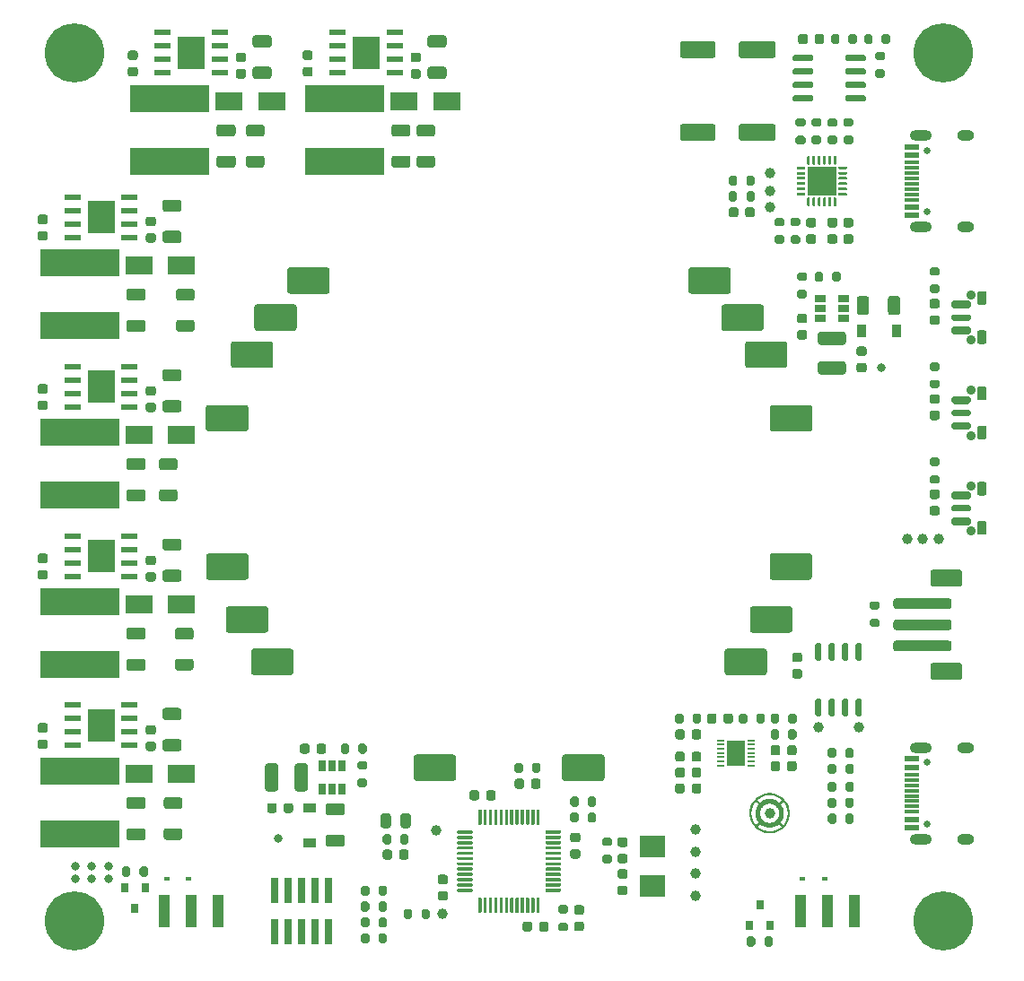
<source format=gbr>
%TF.GenerationSoftware,KiCad,Pcbnew,(5.1.8-0-10_14)*%
%TF.CreationDate,2021-08-11T22:05:50+02:00*%
%TF.ProjectId,Krasse-LED,4b726173-7365-42d4-9c45-442e6b696361,rev?*%
%TF.SameCoordinates,Original*%
%TF.FileFunction,Soldermask,Top*%
%TF.FilePolarity,Negative*%
%FSLAX46Y46*%
G04 Gerber Fmt 4.6, Leading zero omitted, Abs format (unit mm)*
G04 Created by KiCad (PCBNEW (5.1.8-0-10_14)) date 2021-08-11 22:05:50*
%MOMM*%
%LPD*%
G01*
G04 APERTURE LIST*
%ADD10R,1.780000X2.350000*%
%ADD11R,0.700000X0.250000*%
%ADD12C,1.000000*%
%ADD13R,0.740000X2.400000*%
%ADD14R,1.450000X0.600000*%
%ADD15R,1.450000X0.300000*%
%ADD16O,2.100000X1.000000*%
%ADD17C,0.650000*%
%ADD18O,1.600000X1.000000*%
%ADD19C,0.800000*%
%ADD20R,1.200000X0.900000*%
%ADD21R,0.900000X1.200000*%
%ADD22R,2.600000X3.100000*%
%ADD23R,1.550000X0.600000*%
%ADD24R,7.500000X2.550000*%
%ADD25R,2.500000X1.800000*%
%ADD26C,0.900000*%
%ADD27R,0.650000X1.060000*%
%ADD28R,1.060000X0.650000*%
%ADD29R,1.020000X3.170000*%
%ADD30R,0.800000X0.900000*%
%ADD31R,0.600000X0.450000*%
%ADD32C,5.600000*%
%ADD33R,2.700000X2.700000*%
%ADD34R,2.400000X2.000000*%
%ADD35C,0.100000*%
G04 APERTURE END LIST*
D10*
%TO.C,U2*%
X161400000Y-125100000D03*
D11*
X162875000Y-126300000D03*
X159925000Y-126300000D03*
X159925000Y-123900000D03*
X159925000Y-124300000D03*
X159925000Y-124700000D03*
X159925000Y-125100000D03*
X159925000Y-125500000D03*
X159925000Y-125900000D03*
X162875000Y-125900000D03*
X162875000Y-125500000D03*
X162875000Y-125100000D03*
X162875000Y-124700000D03*
X162875000Y-124300000D03*
X162875000Y-123900000D03*
%TD*%
%TO.C,C56*%
G36*
G01*
X141425000Y-127750000D02*
X141425000Y-128250000D01*
G75*
G02*
X141200000Y-128475000I-225000J0D01*
G01*
X140750000Y-128475000D01*
G75*
G02*
X140525000Y-128250000I0J225000D01*
G01*
X140525000Y-127750000D01*
G75*
G02*
X140750000Y-127525000I225000J0D01*
G01*
X141200000Y-127525000D01*
G75*
G02*
X141425000Y-127750000I0J-225000D01*
G01*
G37*
G36*
G01*
X142975000Y-127750000D02*
X142975000Y-128250000D01*
G75*
G02*
X142750000Y-128475000I-225000J0D01*
G01*
X142300000Y-128475000D01*
G75*
G02*
X142075000Y-128250000I0J225000D01*
G01*
X142075000Y-127750000D01*
G75*
G02*
X142300000Y-127525000I225000J0D01*
G01*
X142750000Y-127525000D01*
G75*
G02*
X142975000Y-127750000I0J-225000D01*
G01*
G37*
%TD*%
D12*
%TO.C,TP23*%
X157550000Y-138600000D03*
%TD*%
%TO.C,TP22*%
X157600000Y-134400000D03*
%TD*%
%TO.C,TP21*%
X157600000Y-136500000D03*
%TD*%
%TO.C,TP20*%
X157600000Y-132300000D03*
%TD*%
%TO.C,TP7*%
X133750000Y-140300000D03*
%TD*%
D13*
%TO.C,J1*%
X117910000Y-141950000D03*
X117910000Y-138050000D03*
X119180000Y-141950000D03*
X119180000Y-138050000D03*
X120450000Y-141950000D03*
X120450000Y-138050000D03*
X121720000Y-141950000D03*
X121720000Y-138050000D03*
X122990000Y-141950000D03*
X122990000Y-138050000D03*
%TD*%
D14*
%TO.C,J6*%
X177955000Y-67850000D03*
X177955000Y-68650000D03*
X177955000Y-73550000D03*
X177955000Y-74350000D03*
X177955000Y-74350000D03*
X177955000Y-73550000D03*
X177955000Y-68650000D03*
X177955000Y-67850000D03*
D15*
X177955000Y-72850000D03*
X177955000Y-72350000D03*
X177955000Y-71850000D03*
X177955000Y-70850000D03*
X177955000Y-70350000D03*
X177955000Y-69850000D03*
X177955000Y-69350000D03*
X177955000Y-71350000D03*
D16*
X178870000Y-66780000D03*
X178870000Y-75420000D03*
D17*
X179400000Y-73990000D03*
D18*
X183050000Y-75420000D03*
D17*
X179400000Y-68210000D03*
D18*
X183050000Y-66780000D03*
%TD*%
D12*
%TO.C,TP14*%
X180550000Y-104900000D03*
%TD*%
%TO.C,TP4*%
X179050000Y-104900000D03*
%TD*%
%TO.C,TP3*%
X177550000Y-104900000D03*
%TD*%
%TO.C,D2*%
G36*
G01*
X160338000Y-117500000D02*
X160338000Y-115500000D01*
G75*
G02*
X160588000Y-115250000I250000J0D01*
G01*
X164088000Y-115250000D01*
G75*
G02*
X164338000Y-115500000I0J-250000D01*
G01*
X164338000Y-117500000D01*
G75*
G02*
X164088000Y-117750000I-250000J0D01*
G01*
X160588000Y-117750000D01*
G75*
G02*
X160338000Y-117500000I0J250000D01*
G01*
G37*
G36*
G01*
X113276000Y-113500000D02*
X113276000Y-111500000D01*
G75*
G02*
X113526000Y-111250000I250000J0D01*
G01*
X117026000Y-111250000D01*
G75*
G02*
X117276000Y-111500000I0J-250000D01*
G01*
X117276000Y-113500000D01*
G75*
G02*
X117026000Y-113750000I-250000J0D01*
G01*
X113526000Y-113750000D01*
G75*
G02*
X113276000Y-113500000I0J250000D01*
G01*
G37*
G36*
G01*
X164584000Y-108500000D02*
X164584000Y-106500000D01*
G75*
G02*
X164834000Y-106250000I250000J0D01*
G01*
X168334000Y-106250000D01*
G75*
G02*
X168584000Y-106500000I0J-250000D01*
G01*
X168584000Y-108500000D01*
G75*
G02*
X168334000Y-108750000I-250000J0D01*
G01*
X164834000Y-108750000D01*
G75*
G02*
X164584000Y-108500000I0J250000D01*
G01*
G37*
G36*
G01*
X164605000Y-94500000D02*
X164605000Y-92500000D01*
G75*
G02*
X164855000Y-92250000I250000J0D01*
G01*
X168355000Y-92250000D01*
G75*
G02*
X168605000Y-92500000I0J-250000D01*
G01*
X168605000Y-94500000D01*
G75*
G02*
X168355000Y-94750000I-250000J0D01*
G01*
X164855000Y-94750000D01*
G75*
G02*
X164605000Y-94500000I0J250000D01*
G01*
G37*
G36*
G01*
X113745000Y-88500000D02*
X113745000Y-86500000D01*
G75*
G02*
X113995000Y-86250000I250000J0D01*
G01*
X117495000Y-86250000D01*
G75*
G02*
X117745000Y-86500000I0J-250000D01*
G01*
X117745000Y-88500000D01*
G75*
G02*
X117495000Y-88750000I-250000J0D01*
G01*
X113995000Y-88750000D01*
G75*
G02*
X113745000Y-88500000I0J250000D01*
G01*
G37*
G36*
G01*
X160030000Y-85000000D02*
X160030000Y-83000000D01*
G75*
G02*
X160280000Y-82750000I250000J0D01*
G01*
X163780000Y-82750000D01*
G75*
G02*
X164030000Y-83000000I0J-250000D01*
G01*
X164030000Y-85000000D01*
G75*
G02*
X163780000Y-85250000I-250000J0D01*
G01*
X160280000Y-85250000D01*
G75*
G02*
X160030000Y-85000000I0J250000D01*
G01*
G37*
G36*
G01*
X156917000Y-81500000D02*
X156917000Y-79500000D01*
G75*
G02*
X157167000Y-79250000I250000J0D01*
G01*
X160667000Y-79250000D01*
G75*
G02*
X160917000Y-79500000I0J-250000D01*
G01*
X160917000Y-81500000D01*
G75*
G02*
X160667000Y-81750000I-250000J0D01*
G01*
X157167000Y-81750000D01*
G75*
G02*
X156917000Y-81500000I0J250000D01*
G01*
G37*
G36*
G01*
X145000000Y-127500000D02*
X145000000Y-125500000D01*
G75*
G02*
X145250000Y-125250000I250000J0D01*
G01*
X148750000Y-125250000D01*
G75*
G02*
X149000000Y-125500000I0J-250000D01*
G01*
X149000000Y-127500000D01*
G75*
G02*
X148750000Y-127750000I-250000J0D01*
G01*
X145250000Y-127750000D01*
G75*
G02*
X145000000Y-127500000I0J250000D01*
G01*
G37*
G36*
G01*
X131000000Y-127500000D02*
X131000000Y-125500000D01*
G75*
G02*
X131250000Y-125250000I250000J0D01*
G01*
X134750000Y-125250000D01*
G75*
G02*
X135000000Y-125500000I0J-250000D01*
G01*
X135000000Y-127500000D01*
G75*
G02*
X134750000Y-127750000I-250000J0D01*
G01*
X131250000Y-127750000D01*
G75*
G02*
X131000000Y-127500000I0J250000D01*
G01*
G37*
G36*
G01*
X115662000Y-117500000D02*
X115662000Y-115500000D01*
G75*
G02*
X115912000Y-115250000I250000J0D01*
G01*
X119412000Y-115250000D01*
G75*
G02*
X119662000Y-115500000I0J-250000D01*
G01*
X119662000Y-117500000D01*
G75*
G02*
X119412000Y-117750000I-250000J0D01*
G01*
X115912000Y-117750000D01*
G75*
G02*
X115662000Y-117500000I0J250000D01*
G01*
G37*
G36*
G01*
X162724000Y-113500000D02*
X162724000Y-111500000D01*
G75*
G02*
X162974000Y-111250000I250000J0D01*
G01*
X166474000Y-111250000D01*
G75*
G02*
X166724000Y-111500000I0J-250000D01*
G01*
X166724000Y-113500000D01*
G75*
G02*
X166474000Y-113750000I-250000J0D01*
G01*
X162974000Y-113750000D01*
G75*
G02*
X162724000Y-113500000I0J250000D01*
G01*
G37*
G36*
G01*
X111416000Y-108500000D02*
X111416000Y-106500000D01*
G75*
G02*
X111666000Y-106250000I250000J0D01*
G01*
X115166000Y-106250000D01*
G75*
G02*
X115416000Y-106500000I0J-250000D01*
G01*
X115416000Y-108500000D01*
G75*
G02*
X115166000Y-108750000I-250000J0D01*
G01*
X111666000Y-108750000D01*
G75*
G02*
X111416000Y-108500000I0J250000D01*
G01*
G37*
G36*
G01*
X111395000Y-94500000D02*
X111395000Y-92500000D01*
G75*
G02*
X111645000Y-92250000I250000J0D01*
G01*
X115145000Y-92250000D01*
G75*
G02*
X115395000Y-92500000I0J-250000D01*
G01*
X115395000Y-94500000D01*
G75*
G02*
X115145000Y-94750000I-250000J0D01*
G01*
X111645000Y-94750000D01*
G75*
G02*
X111395000Y-94500000I0J250000D01*
G01*
G37*
G36*
G01*
X162255000Y-88500000D02*
X162255000Y-86500000D01*
G75*
G02*
X162505000Y-86250000I250000J0D01*
G01*
X166005000Y-86250000D01*
G75*
G02*
X166255000Y-86500000I0J-250000D01*
G01*
X166255000Y-88500000D01*
G75*
G02*
X166005000Y-88750000I-250000J0D01*
G01*
X162505000Y-88750000D01*
G75*
G02*
X162255000Y-88500000I0J250000D01*
G01*
G37*
G36*
G01*
X115970000Y-85000000D02*
X115970000Y-83000000D01*
G75*
G02*
X116220000Y-82750000I250000J0D01*
G01*
X119720000Y-82750000D01*
G75*
G02*
X119970000Y-83000000I0J-250000D01*
G01*
X119970000Y-85000000D01*
G75*
G02*
X119720000Y-85250000I-250000J0D01*
G01*
X116220000Y-85250000D01*
G75*
G02*
X115970000Y-85000000I0J250000D01*
G01*
G37*
G36*
G01*
X119083000Y-81500000D02*
X119083000Y-79500000D01*
G75*
G02*
X119333000Y-79250000I250000J0D01*
G01*
X122833000Y-79250000D01*
G75*
G02*
X123083000Y-79500000I0J-250000D01*
G01*
X123083000Y-81500000D01*
G75*
G02*
X122833000Y-81750000I-250000J0D01*
G01*
X119333000Y-81750000D01*
G75*
G02*
X119083000Y-81500000I0J250000D01*
G01*
G37*
%TD*%
%TO.C,TP17*%
X164650000Y-72000000D03*
%TD*%
%TO.C,TP16*%
X164650000Y-70350000D03*
%TD*%
%TO.C,TP15*%
X164650000Y-73600000D03*
%TD*%
%TO.C,TP6*%
X133150000Y-132400000D03*
%TD*%
%TO.C,TP2*%
X172980000Y-122700000D03*
%TD*%
%TO.C,TP1*%
X169170000Y-122700000D03*
%TD*%
D19*
%TO.C,TP13*%
X102250000Y-135800000D03*
%TD*%
%TO.C,TP12*%
X102250000Y-137000000D03*
%TD*%
%TO.C,TP11*%
X100650000Y-135800000D03*
%TD*%
%TO.C,TP10*%
X100650000Y-137000000D03*
%TD*%
%TO.C,TP9*%
X99050000Y-135800000D03*
%TD*%
%TO.C,TP8*%
X99050000Y-137000000D03*
%TD*%
%TO.C,C53*%
G36*
G01*
X159475000Y-65949600D02*
X159475000Y-67050400D01*
G75*
G02*
X159225400Y-67300000I-249600J0D01*
G01*
X156374600Y-67300000D01*
G75*
G02*
X156125000Y-67050400I0J249600D01*
G01*
X156125000Y-65949600D01*
G75*
G02*
X156374600Y-65700000I249600J0D01*
G01*
X159225400Y-65700000D01*
G75*
G02*
X159475000Y-65949600I0J-249600D01*
G01*
G37*
G36*
G01*
X165150000Y-65949600D02*
X165150000Y-67050400D01*
G75*
G02*
X164900400Y-67300000I-249600J0D01*
G01*
X161899600Y-67300000D01*
G75*
G02*
X161650000Y-67050400I0J249600D01*
G01*
X161650000Y-65949600D01*
G75*
G02*
X161899600Y-65700000I249600J0D01*
G01*
X164900400Y-65700000D01*
G75*
G02*
X165150000Y-65949600I0J-249600D01*
G01*
G37*
%TD*%
%TO.C,C48*%
G36*
G01*
X159475000Y-58149600D02*
X159475000Y-59250400D01*
G75*
G02*
X159225400Y-59500000I-249600J0D01*
G01*
X156374600Y-59500000D01*
G75*
G02*
X156125000Y-59250400I0J249600D01*
G01*
X156125000Y-58149600D01*
G75*
G02*
X156374600Y-57900000I249600J0D01*
G01*
X159225400Y-57900000D01*
G75*
G02*
X159475000Y-58149600I0J-249600D01*
G01*
G37*
G36*
G01*
X165150000Y-58149600D02*
X165150000Y-59250400D01*
G75*
G02*
X164900400Y-59500000I-249600J0D01*
G01*
X161899600Y-59500000D01*
G75*
G02*
X161650000Y-59250400I0J249600D01*
G01*
X161650000Y-58149600D01*
G75*
G02*
X161899600Y-57900000I249600J0D01*
G01*
X164900400Y-57900000D01*
G75*
G02*
X165150000Y-58149600I0J-249600D01*
G01*
G37*
%TD*%
D20*
%TO.C,D9*%
X121200000Y-133600000D03*
X121200000Y-130300000D03*
%TD*%
D21*
%TO.C,D8*%
X176550000Y-85250000D03*
X173250000Y-85250000D03*
%TD*%
%TO.C,L8*%
G36*
G01*
X118225000Y-126325000D02*
X118225000Y-128475000D01*
G75*
G02*
X117975000Y-128725000I-250000J0D01*
G01*
X117225000Y-128725000D01*
G75*
G02*
X116975000Y-128475000I0J250000D01*
G01*
X116975000Y-126325000D01*
G75*
G02*
X117225000Y-126075000I250000J0D01*
G01*
X117975000Y-126075000D01*
G75*
G02*
X118225000Y-126325000I0J-250000D01*
G01*
G37*
G36*
G01*
X121025000Y-126325000D02*
X121025000Y-128475000D01*
G75*
G02*
X120775000Y-128725000I-250000J0D01*
G01*
X120025000Y-128725000D01*
G75*
G02*
X119775000Y-128475000I0J250000D01*
G01*
X119775000Y-126325000D01*
G75*
G02*
X120025000Y-126075000I250000J0D01*
G01*
X120775000Y-126075000D01*
G75*
G02*
X121025000Y-126325000I0J-250000D01*
G01*
G37*
%TD*%
%TO.C,L7*%
G36*
G01*
X169375000Y-88125000D02*
X171525000Y-88125000D01*
G75*
G02*
X171775000Y-88375000I0J-250000D01*
G01*
X171775000Y-89125000D01*
G75*
G02*
X171525000Y-89375000I-250000J0D01*
G01*
X169375000Y-89375000D01*
G75*
G02*
X169125000Y-89125000I0J250000D01*
G01*
X169125000Y-88375000D01*
G75*
G02*
X169375000Y-88125000I250000J0D01*
G01*
G37*
G36*
G01*
X169375000Y-85325000D02*
X171525000Y-85325000D01*
G75*
G02*
X171775000Y-85575000I0J-250000D01*
G01*
X171775000Y-86325000D01*
G75*
G02*
X171525000Y-86575000I-250000J0D01*
G01*
X169375000Y-86575000D01*
G75*
G02*
X169125000Y-86325000I0J250000D01*
G01*
X169125000Y-85575000D01*
G75*
G02*
X169375000Y-85325000I250000J0D01*
G01*
G37*
%TD*%
D22*
%TO.C,U4*%
X126500000Y-59000000D03*
D23*
X129200000Y-57095000D03*
X129200000Y-58365000D03*
X129200000Y-59635000D03*
X129200000Y-60905000D03*
X123800000Y-60905000D03*
X123800000Y-59635000D03*
X123800000Y-58365000D03*
X123800000Y-57095000D03*
%TD*%
%TO.C,R13*%
G36*
G01*
X131524998Y-68700000D02*
X132775002Y-68700000D01*
G75*
G02*
X133025000Y-68949998I0J-249998D01*
G01*
X133025000Y-69575002D01*
G75*
G02*
X132775002Y-69825000I-249998J0D01*
G01*
X131524998Y-69825000D01*
G75*
G02*
X131275000Y-69575002I0J249998D01*
G01*
X131275000Y-68949998D01*
G75*
G02*
X131524998Y-68700000I249998J0D01*
G01*
G37*
G36*
G01*
X131524998Y-65775000D02*
X132775002Y-65775000D01*
G75*
G02*
X133025000Y-66024998I0J-249998D01*
G01*
X133025000Y-66650002D01*
G75*
G02*
X132775002Y-66900000I-249998J0D01*
G01*
X131524998Y-66900000D01*
G75*
G02*
X131275000Y-66650002I0J249998D01*
G01*
X131275000Y-66024998D01*
G75*
G02*
X131524998Y-65775000I249998J0D01*
G01*
G37*
%TD*%
D24*
%TO.C,L1*%
X124500000Y-69250000D03*
X124500000Y-63350000D03*
%TD*%
D25*
%TO.C,D1*%
X130100000Y-63600000D03*
X134100000Y-63600000D03*
%TD*%
%TO.C,C22*%
G36*
G01*
X132549999Y-60300000D02*
X133850001Y-60300000D01*
G75*
G02*
X134100000Y-60549999I0J-249999D01*
G01*
X134100000Y-61200001D01*
G75*
G02*
X133850001Y-61450000I-249999J0D01*
G01*
X132549999Y-61450000D01*
G75*
G02*
X132300000Y-61200001I0J249999D01*
G01*
X132300000Y-60549999D01*
G75*
G02*
X132549999Y-60300000I249999J0D01*
G01*
G37*
G36*
G01*
X132549999Y-57350000D02*
X133850001Y-57350000D01*
G75*
G02*
X134100000Y-57599999I0J-249999D01*
G01*
X134100000Y-58250001D01*
G75*
G02*
X133850001Y-58500000I-249999J0D01*
G01*
X132549999Y-58500000D01*
G75*
G02*
X132300000Y-58250001I0J249999D01*
G01*
X132300000Y-57599999D01*
G75*
G02*
X132549999Y-57350000I249999J0D01*
G01*
G37*
%TD*%
%TO.C,C21*%
G36*
G01*
X131450000Y-59875000D02*
X130950000Y-59875000D01*
G75*
G02*
X130725000Y-59650000I0J225000D01*
G01*
X130725000Y-59200000D01*
G75*
G02*
X130950000Y-58975000I225000J0D01*
G01*
X131450000Y-58975000D01*
G75*
G02*
X131675000Y-59200000I0J-225000D01*
G01*
X131675000Y-59650000D01*
G75*
G02*
X131450000Y-59875000I-225000J0D01*
G01*
G37*
G36*
G01*
X131450000Y-61425000D02*
X130950000Y-61425000D01*
G75*
G02*
X130725000Y-61200000I0J225000D01*
G01*
X130725000Y-60750000D01*
G75*
G02*
X130950000Y-60525000I225000J0D01*
G01*
X131450000Y-60525000D01*
G75*
G02*
X131675000Y-60750000I0J-225000D01*
G01*
X131675000Y-61200000D01*
G75*
G02*
X131450000Y-61425000I-225000J0D01*
G01*
G37*
%TD*%
%TO.C,C20*%
G36*
G01*
X121250000Y-59675000D02*
X120750000Y-59675000D01*
G75*
G02*
X120525000Y-59450000I0J225000D01*
G01*
X120525000Y-59000000D01*
G75*
G02*
X120750000Y-58775000I225000J0D01*
G01*
X121250000Y-58775000D01*
G75*
G02*
X121475000Y-59000000I0J-225000D01*
G01*
X121475000Y-59450000D01*
G75*
G02*
X121250000Y-59675000I-225000J0D01*
G01*
G37*
G36*
G01*
X121250000Y-61225000D02*
X120750000Y-61225000D01*
G75*
G02*
X120525000Y-61000000I0J225000D01*
G01*
X120525000Y-60550000D01*
G75*
G02*
X120750000Y-60325000I225000J0D01*
G01*
X121250000Y-60325000D01*
G75*
G02*
X121475000Y-60550000I0J-225000D01*
G01*
X121475000Y-61000000D01*
G75*
G02*
X121250000Y-61225000I-225000J0D01*
G01*
G37*
%TD*%
%TO.C,C13*%
G36*
G01*
X129149999Y-68700000D02*
X130450001Y-68700000D01*
G75*
G02*
X130700000Y-68949999I0J-249999D01*
G01*
X130700000Y-69600001D01*
G75*
G02*
X130450001Y-69850000I-249999J0D01*
G01*
X129149999Y-69850000D01*
G75*
G02*
X128900000Y-69600001I0J249999D01*
G01*
X128900000Y-68949999D01*
G75*
G02*
X129149999Y-68700000I249999J0D01*
G01*
G37*
G36*
G01*
X129149999Y-65750000D02*
X130450001Y-65750000D01*
G75*
G02*
X130700000Y-65999999I0J-249999D01*
G01*
X130700000Y-66650001D01*
G75*
G02*
X130450001Y-66900000I-249999J0D01*
G01*
X129149999Y-66900000D01*
G75*
G02*
X128900000Y-66650001I0J249999D01*
G01*
X128900000Y-65999999D01*
G75*
G02*
X129149999Y-65750000I249999J0D01*
G01*
G37*
%TD*%
D22*
%TO.C,U9*%
X101500000Y-122500000D03*
D23*
X104200000Y-120595000D03*
X104200000Y-121865000D03*
X104200000Y-123135000D03*
X104200000Y-124405000D03*
X98800000Y-124405000D03*
X98800000Y-123135000D03*
X98800000Y-121865000D03*
X98800000Y-120595000D03*
%TD*%
D22*
%TO.C,U8*%
X101500000Y-106500000D03*
D23*
X104200000Y-104595000D03*
X104200000Y-105865000D03*
X104200000Y-107135000D03*
X104200000Y-108405000D03*
X98800000Y-108405000D03*
X98800000Y-107135000D03*
X98800000Y-105865000D03*
X98800000Y-104595000D03*
%TD*%
D22*
%TO.C,U7*%
X101500000Y-90500000D03*
D23*
X104200000Y-88595000D03*
X104200000Y-89865000D03*
X104200000Y-91135000D03*
X104200000Y-92405000D03*
X98800000Y-92405000D03*
X98800000Y-91135000D03*
X98800000Y-89865000D03*
X98800000Y-88595000D03*
%TD*%
D22*
%TO.C,U6*%
X101500000Y-74500000D03*
D23*
X104200000Y-72595000D03*
X104200000Y-73865000D03*
X104200000Y-75135000D03*
X104200000Y-76405000D03*
X98800000Y-76405000D03*
X98800000Y-75135000D03*
X98800000Y-73865000D03*
X98800000Y-72595000D03*
%TD*%
D22*
%TO.C,U5*%
X110000000Y-59000000D03*
D23*
X112700000Y-57095000D03*
X112700000Y-58365000D03*
X112700000Y-59635000D03*
X112700000Y-60905000D03*
X107300000Y-60905000D03*
X107300000Y-59635000D03*
X107300000Y-58365000D03*
X107300000Y-57095000D03*
%TD*%
%TO.C,R23*%
G36*
G01*
X108925002Y-130400000D02*
X107674998Y-130400000D01*
G75*
G02*
X107425000Y-130150002I0J249998D01*
G01*
X107425000Y-129524998D01*
G75*
G02*
X107674998Y-129275000I249998J0D01*
G01*
X108925002Y-129275000D01*
G75*
G02*
X109175000Y-129524998I0J-249998D01*
G01*
X109175000Y-130150002D01*
G75*
G02*
X108925002Y-130400000I-249998J0D01*
G01*
G37*
G36*
G01*
X108925002Y-133325000D02*
X107674998Y-133325000D01*
G75*
G02*
X107425000Y-133075002I0J249998D01*
G01*
X107425000Y-132449998D01*
G75*
G02*
X107674998Y-132200000I249998J0D01*
G01*
X108925002Y-132200000D01*
G75*
G02*
X109175000Y-132449998I0J-249998D01*
G01*
X109175000Y-133075002D01*
G75*
G02*
X108925002Y-133325000I-249998J0D01*
G01*
G37*
%TD*%
%TO.C,R22*%
G36*
G01*
X109975002Y-114400000D02*
X108724998Y-114400000D01*
G75*
G02*
X108475000Y-114150002I0J249998D01*
G01*
X108475000Y-113524998D01*
G75*
G02*
X108724998Y-113275000I249998J0D01*
G01*
X109975002Y-113275000D01*
G75*
G02*
X110225000Y-113524998I0J-249998D01*
G01*
X110225000Y-114150002D01*
G75*
G02*
X109975002Y-114400000I-249998J0D01*
G01*
G37*
G36*
G01*
X109975002Y-117325000D02*
X108724998Y-117325000D01*
G75*
G02*
X108475000Y-117075002I0J249998D01*
G01*
X108475000Y-116449998D01*
G75*
G02*
X108724998Y-116200000I249998J0D01*
G01*
X109975002Y-116200000D01*
G75*
G02*
X110225000Y-116449998I0J-249998D01*
G01*
X110225000Y-117075002D01*
G75*
G02*
X109975002Y-117325000I-249998J0D01*
G01*
G37*
%TD*%
%TO.C,R21*%
G36*
G01*
X108475002Y-98400000D02*
X107224998Y-98400000D01*
G75*
G02*
X106975000Y-98150002I0J249998D01*
G01*
X106975000Y-97524998D01*
G75*
G02*
X107224998Y-97275000I249998J0D01*
G01*
X108475002Y-97275000D01*
G75*
G02*
X108725000Y-97524998I0J-249998D01*
G01*
X108725000Y-98150002D01*
G75*
G02*
X108475002Y-98400000I-249998J0D01*
G01*
G37*
G36*
G01*
X108475002Y-101325000D02*
X107224998Y-101325000D01*
G75*
G02*
X106975000Y-101075002I0J249998D01*
G01*
X106975000Y-100449998D01*
G75*
G02*
X107224998Y-100200000I249998J0D01*
G01*
X108475002Y-100200000D01*
G75*
G02*
X108725000Y-100449998I0J-249998D01*
G01*
X108725000Y-101075002D01*
G75*
G02*
X108475002Y-101325000I-249998J0D01*
G01*
G37*
%TD*%
%TO.C,R20*%
G36*
G01*
X110075002Y-82400000D02*
X108824998Y-82400000D01*
G75*
G02*
X108575000Y-82150002I0J249998D01*
G01*
X108575000Y-81524998D01*
G75*
G02*
X108824998Y-81275000I249998J0D01*
G01*
X110075002Y-81275000D01*
G75*
G02*
X110325000Y-81524998I0J-249998D01*
G01*
X110325000Y-82150002D01*
G75*
G02*
X110075002Y-82400000I-249998J0D01*
G01*
G37*
G36*
G01*
X110075002Y-85325000D02*
X108824998Y-85325000D01*
G75*
G02*
X108575000Y-85075002I0J249998D01*
G01*
X108575000Y-84449998D01*
G75*
G02*
X108824998Y-84200000I249998J0D01*
G01*
X110075002Y-84200000D01*
G75*
G02*
X110325000Y-84449998I0J-249998D01*
G01*
X110325000Y-85075002D01*
G75*
G02*
X110075002Y-85325000I-249998J0D01*
G01*
G37*
%TD*%
%TO.C,R19*%
G36*
G01*
X116675002Y-66900000D02*
X115424998Y-66900000D01*
G75*
G02*
X115175000Y-66650002I0J249998D01*
G01*
X115175000Y-66024998D01*
G75*
G02*
X115424998Y-65775000I249998J0D01*
G01*
X116675002Y-65775000D01*
G75*
G02*
X116925000Y-66024998I0J-249998D01*
G01*
X116925000Y-66650002D01*
G75*
G02*
X116675002Y-66900000I-249998J0D01*
G01*
G37*
G36*
G01*
X116675002Y-69825000D02*
X115424998Y-69825000D01*
G75*
G02*
X115175000Y-69575002I0J249998D01*
G01*
X115175000Y-68949998D01*
G75*
G02*
X115424998Y-68700000I249998J0D01*
G01*
X116675002Y-68700000D01*
G75*
G02*
X116925000Y-68949998I0J-249998D01*
G01*
X116925000Y-69575002D01*
G75*
G02*
X116675002Y-69825000I-249998J0D01*
G01*
G37*
%TD*%
D24*
%TO.C,L6*%
X99500000Y-132750000D03*
X99500000Y-126850000D03*
%TD*%
%TO.C,L5*%
X99500000Y-116750000D03*
X99500000Y-110850000D03*
%TD*%
%TO.C,L4*%
X99500000Y-100750000D03*
X99500000Y-94850000D03*
%TD*%
%TO.C,L3*%
X99500000Y-84750000D03*
X99500000Y-78850000D03*
%TD*%
%TO.C,L2*%
X108000000Y-69250000D03*
X108000000Y-63350000D03*
%TD*%
D25*
%TO.C,D7*%
X105100000Y-127100000D03*
X109100000Y-127100000D03*
%TD*%
%TO.C,D6*%
X105100000Y-111100000D03*
X109100000Y-111100000D03*
%TD*%
%TO.C,D5*%
X105100000Y-95100000D03*
X109100000Y-95100000D03*
%TD*%
%TO.C,D4*%
X105100000Y-79100000D03*
X109100000Y-79100000D03*
%TD*%
%TO.C,D3*%
X113600000Y-63600000D03*
X117600000Y-63600000D03*
%TD*%
%TO.C,C42*%
G36*
G01*
X104149999Y-132200000D02*
X105450001Y-132200000D01*
G75*
G02*
X105700000Y-132449999I0J-249999D01*
G01*
X105700000Y-133100001D01*
G75*
G02*
X105450001Y-133350000I-249999J0D01*
G01*
X104149999Y-133350000D01*
G75*
G02*
X103900000Y-133100001I0J249999D01*
G01*
X103900000Y-132449999D01*
G75*
G02*
X104149999Y-132200000I249999J0D01*
G01*
G37*
G36*
G01*
X104149999Y-129250000D02*
X105450001Y-129250000D01*
G75*
G02*
X105700000Y-129499999I0J-249999D01*
G01*
X105700000Y-130150001D01*
G75*
G02*
X105450001Y-130400000I-249999J0D01*
G01*
X104149999Y-130400000D01*
G75*
G02*
X103900000Y-130150001I0J249999D01*
G01*
X103900000Y-129499999D01*
G75*
G02*
X104149999Y-129250000I249999J0D01*
G01*
G37*
%TD*%
%TO.C,C41*%
G36*
G01*
X104149999Y-116200000D02*
X105450001Y-116200000D01*
G75*
G02*
X105700000Y-116449999I0J-249999D01*
G01*
X105700000Y-117100001D01*
G75*
G02*
X105450001Y-117350000I-249999J0D01*
G01*
X104149999Y-117350000D01*
G75*
G02*
X103900000Y-117100001I0J249999D01*
G01*
X103900000Y-116449999D01*
G75*
G02*
X104149999Y-116200000I249999J0D01*
G01*
G37*
G36*
G01*
X104149999Y-113250000D02*
X105450001Y-113250000D01*
G75*
G02*
X105700000Y-113499999I0J-249999D01*
G01*
X105700000Y-114150001D01*
G75*
G02*
X105450001Y-114400000I-249999J0D01*
G01*
X104149999Y-114400000D01*
G75*
G02*
X103900000Y-114150001I0J249999D01*
G01*
X103900000Y-113499999D01*
G75*
G02*
X104149999Y-113250000I249999J0D01*
G01*
G37*
%TD*%
%TO.C,C40*%
G36*
G01*
X104149999Y-100200000D02*
X105450001Y-100200000D01*
G75*
G02*
X105700000Y-100449999I0J-249999D01*
G01*
X105700000Y-101100001D01*
G75*
G02*
X105450001Y-101350000I-249999J0D01*
G01*
X104149999Y-101350000D01*
G75*
G02*
X103900000Y-101100001I0J249999D01*
G01*
X103900000Y-100449999D01*
G75*
G02*
X104149999Y-100200000I249999J0D01*
G01*
G37*
G36*
G01*
X104149999Y-97250000D02*
X105450001Y-97250000D01*
G75*
G02*
X105700000Y-97499999I0J-249999D01*
G01*
X105700000Y-98150001D01*
G75*
G02*
X105450001Y-98400000I-249999J0D01*
G01*
X104149999Y-98400000D01*
G75*
G02*
X103900000Y-98150001I0J249999D01*
G01*
X103900000Y-97499999D01*
G75*
G02*
X104149999Y-97250000I249999J0D01*
G01*
G37*
%TD*%
%TO.C,C39*%
G36*
G01*
X104149999Y-84200000D02*
X105450001Y-84200000D01*
G75*
G02*
X105700000Y-84449999I0J-249999D01*
G01*
X105700000Y-85100001D01*
G75*
G02*
X105450001Y-85350000I-249999J0D01*
G01*
X104149999Y-85350000D01*
G75*
G02*
X103900000Y-85100001I0J249999D01*
G01*
X103900000Y-84449999D01*
G75*
G02*
X104149999Y-84200000I249999J0D01*
G01*
G37*
G36*
G01*
X104149999Y-81250000D02*
X105450001Y-81250000D01*
G75*
G02*
X105700000Y-81499999I0J-249999D01*
G01*
X105700000Y-82150001D01*
G75*
G02*
X105450001Y-82400000I-249999J0D01*
G01*
X104149999Y-82400000D01*
G75*
G02*
X103900000Y-82150001I0J249999D01*
G01*
X103900000Y-81499999D01*
G75*
G02*
X104149999Y-81250000I249999J0D01*
G01*
G37*
%TD*%
%TO.C,C38*%
G36*
G01*
X112649999Y-68700000D02*
X113950001Y-68700000D01*
G75*
G02*
X114200000Y-68949999I0J-249999D01*
G01*
X114200000Y-69600001D01*
G75*
G02*
X113950001Y-69850000I-249999J0D01*
G01*
X112649999Y-69850000D01*
G75*
G02*
X112400000Y-69600001I0J249999D01*
G01*
X112400000Y-68949999D01*
G75*
G02*
X112649999Y-68700000I249999J0D01*
G01*
G37*
G36*
G01*
X112649999Y-65750000D02*
X113950001Y-65750000D01*
G75*
G02*
X114200000Y-65999999I0J-249999D01*
G01*
X114200000Y-66650001D01*
G75*
G02*
X113950001Y-66900000I-249999J0D01*
G01*
X112649999Y-66900000D01*
G75*
G02*
X112400000Y-66650001I0J249999D01*
G01*
X112400000Y-65999999D01*
G75*
G02*
X112649999Y-65750000I249999J0D01*
G01*
G37*
%TD*%
%TO.C,C37*%
G36*
G01*
X107549999Y-123800000D02*
X108850001Y-123800000D01*
G75*
G02*
X109100000Y-124049999I0J-249999D01*
G01*
X109100000Y-124700001D01*
G75*
G02*
X108850001Y-124950000I-249999J0D01*
G01*
X107549999Y-124950000D01*
G75*
G02*
X107300000Y-124700001I0J249999D01*
G01*
X107300000Y-124049999D01*
G75*
G02*
X107549999Y-123800000I249999J0D01*
G01*
G37*
G36*
G01*
X107549999Y-120850000D02*
X108850001Y-120850000D01*
G75*
G02*
X109100000Y-121099999I0J-249999D01*
G01*
X109100000Y-121750001D01*
G75*
G02*
X108850001Y-122000000I-249999J0D01*
G01*
X107549999Y-122000000D01*
G75*
G02*
X107300000Y-121750001I0J249999D01*
G01*
X107300000Y-121099999D01*
G75*
G02*
X107549999Y-120850000I249999J0D01*
G01*
G37*
%TD*%
%TO.C,C36*%
G36*
G01*
X107549999Y-107800000D02*
X108850001Y-107800000D01*
G75*
G02*
X109100000Y-108049999I0J-249999D01*
G01*
X109100000Y-108700001D01*
G75*
G02*
X108850001Y-108950000I-249999J0D01*
G01*
X107549999Y-108950000D01*
G75*
G02*
X107300000Y-108700001I0J249999D01*
G01*
X107300000Y-108049999D01*
G75*
G02*
X107549999Y-107800000I249999J0D01*
G01*
G37*
G36*
G01*
X107549999Y-104850000D02*
X108850001Y-104850000D01*
G75*
G02*
X109100000Y-105099999I0J-249999D01*
G01*
X109100000Y-105750001D01*
G75*
G02*
X108850001Y-106000000I-249999J0D01*
G01*
X107549999Y-106000000D01*
G75*
G02*
X107300000Y-105750001I0J249999D01*
G01*
X107300000Y-105099999D01*
G75*
G02*
X107549999Y-104850000I249999J0D01*
G01*
G37*
%TD*%
%TO.C,C35*%
G36*
G01*
X107549999Y-91800000D02*
X108850001Y-91800000D01*
G75*
G02*
X109100000Y-92049999I0J-249999D01*
G01*
X109100000Y-92700001D01*
G75*
G02*
X108850001Y-92950000I-249999J0D01*
G01*
X107549999Y-92950000D01*
G75*
G02*
X107300000Y-92700001I0J249999D01*
G01*
X107300000Y-92049999D01*
G75*
G02*
X107549999Y-91800000I249999J0D01*
G01*
G37*
G36*
G01*
X107549999Y-88850000D02*
X108850001Y-88850000D01*
G75*
G02*
X109100000Y-89099999I0J-249999D01*
G01*
X109100000Y-89750001D01*
G75*
G02*
X108850001Y-90000000I-249999J0D01*
G01*
X107549999Y-90000000D01*
G75*
G02*
X107300000Y-89750001I0J249999D01*
G01*
X107300000Y-89099999D01*
G75*
G02*
X107549999Y-88850000I249999J0D01*
G01*
G37*
%TD*%
%TO.C,C34*%
G36*
G01*
X107549999Y-75800000D02*
X108850001Y-75800000D01*
G75*
G02*
X109100000Y-76049999I0J-249999D01*
G01*
X109100000Y-76700001D01*
G75*
G02*
X108850001Y-76950000I-249999J0D01*
G01*
X107549999Y-76950000D01*
G75*
G02*
X107300000Y-76700001I0J249999D01*
G01*
X107300000Y-76049999D01*
G75*
G02*
X107549999Y-75800000I249999J0D01*
G01*
G37*
G36*
G01*
X107549999Y-72850000D02*
X108850001Y-72850000D01*
G75*
G02*
X109100000Y-73099999I0J-249999D01*
G01*
X109100000Y-73750001D01*
G75*
G02*
X108850001Y-74000000I-249999J0D01*
G01*
X107549999Y-74000000D01*
G75*
G02*
X107300000Y-73750001I0J249999D01*
G01*
X107300000Y-73099999D01*
G75*
G02*
X107549999Y-72850000I249999J0D01*
G01*
G37*
%TD*%
%TO.C,C33*%
G36*
G01*
X116049999Y-60300000D02*
X117350001Y-60300000D01*
G75*
G02*
X117600000Y-60549999I0J-249999D01*
G01*
X117600000Y-61200001D01*
G75*
G02*
X117350001Y-61450000I-249999J0D01*
G01*
X116049999Y-61450000D01*
G75*
G02*
X115800000Y-61200001I0J249999D01*
G01*
X115800000Y-60549999D01*
G75*
G02*
X116049999Y-60300000I249999J0D01*
G01*
G37*
G36*
G01*
X116049999Y-57350000D02*
X117350001Y-57350000D01*
G75*
G02*
X117600000Y-57599999I0J-249999D01*
G01*
X117600000Y-58250001D01*
G75*
G02*
X117350001Y-58500000I-249999J0D01*
G01*
X116049999Y-58500000D01*
G75*
G02*
X115800000Y-58250001I0J249999D01*
G01*
X115800000Y-57599999D01*
G75*
G02*
X116049999Y-57350000I249999J0D01*
G01*
G37*
%TD*%
%TO.C,C32*%
G36*
G01*
X106450000Y-123375000D02*
X105950000Y-123375000D01*
G75*
G02*
X105725000Y-123150000I0J225000D01*
G01*
X105725000Y-122700000D01*
G75*
G02*
X105950000Y-122475000I225000J0D01*
G01*
X106450000Y-122475000D01*
G75*
G02*
X106675000Y-122700000I0J-225000D01*
G01*
X106675000Y-123150000D01*
G75*
G02*
X106450000Y-123375000I-225000J0D01*
G01*
G37*
G36*
G01*
X106450000Y-124925000D02*
X105950000Y-124925000D01*
G75*
G02*
X105725000Y-124700000I0J225000D01*
G01*
X105725000Y-124250000D01*
G75*
G02*
X105950000Y-124025000I225000J0D01*
G01*
X106450000Y-124025000D01*
G75*
G02*
X106675000Y-124250000I0J-225000D01*
G01*
X106675000Y-124700000D01*
G75*
G02*
X106450000Y-124925000I-225000J0D01*
G01*
G37*
%TD*%
%TO.C,C31*%
G36*
G01*
X106450000Y-107375000D02*
X105950000Y-107375000D01*
G75*
G02*
X105725000Y-107150000I0J225000D01*
G01*
X105725000Y-106700000D01*
G75*
G02*
X105950000Y-106475000I225000J0D01*
G01*
X106450000Y-106475000D01*
G75*
G02*
X106675000Y-106700000I0J-225000D01*
G01*
X106675000Y-107150000D01*
G75*
G02*
X106450000Y-107375000I-225000J0D01*
G01*
G37*
G36*
G01*
X106450000Y-108925000D02*
X105950000Y-108925000D01*
G75*
G02*
X105725000Y-108700000I0J225000D01*
G01*
X105725000Y-108250000D01*
G75*
G02*
X105950000Y-108025000I225000J0D01*
G01*
X106450000Y-108025000D01*
G75*
G02*
X106675000Y-108250000I0J-225000D01*
G01*
X106675000Y-108700000D01*
G75*
G02*
X106450000Y-108925000I-225000J0D01*
G01*
G37*
%TD*%
%TO.C,C30*%
G36*
G01*
X106450000Y-91375000D02*
X105950000Y-91375000D01*
G75*
G02*
X105725000Y-91150000I0J225000D01*
G01*
X105725000Y-90700000D01*
G75*
G02*
X105950000Y-90475000I225000J0D01*
G01*
X106450000Y-90475000D01*
G75*
G02*
X106675000Y-90700000I0J-225000D01*
G01*
X106675000Y-91150000D01*
G75*
G02*
X106450000Y-91375000I-225000J0D01*
G01*
G37*
G36*
G01*
X106450000Y-92925000D02*
X105950000Y-92925000D01*
G75*
G02*
X105725000Y-92700000I0J225000D01*
G01*
X105725000Y-92250000D01*
G75*
G02*
X105950000Y-92025000I225000J0D01*
G01*
X106450000Y-92025000D01*
G75*
G02*
X106675000Y-92250000I0J-225000D01*
G01*
X106675000Y-92700000D01*
G75*
G02*
X106450000Y-92925000I-225000J0D01*
G01*
G37*
%TD*%
%TO.C,C29*%
G36*
G01*
X106450000Y-75375000D02*
X105950000Y-75375000D01*
G75*
G02*
X105725000Y-75150000I0J225000D01*
G01*
X105725000Y-74700000D01*
G75*
G02*
X105950000Y-74475000I225000J0D01*
G01*
X106450000Y-74475000D01*
G75*
G02*
X106675000Y-74700000I0J-225000D01*
G01*
X106675000Y-75150000D01*
G75*
G02*
X106450000Y-75375000I-225000J0D01*
G01*
G37*
G36*
G01*
X106450000Y-76925000D02*
X105950000Y-76925000D01*
G75*
G02*
X105725000Y-76700000I0J225000D01*
G01*
X105725000Y-76250000D01*
G75*
G02*
X105950000Y-76025000I225000J0D01*
G01*
X106450000Y-76025000D01*
G75*
G02*
X106675000Y-76250000I0J-225000D01*
G01*
X106675000Y-76700000D01*
G75*
G02*
X106450000Y-76925000I-225000J0D01*
G01*
G37*
%TD*%
%TO.C,C28*%
G36*
G01*
X114950000Y-59875000D02*
X114450000Y-59875000D01*
G75*
G02*
X114225000Y-59650000I0J225000D01*
G01*
X114225000Y-59200000D01*
G75*
G02*
X114450000Y-58975000I225000J0D01*
G01*
X114950000Y-58975000D01*
G75*
G02*
X115175000Y-59200000I0J-225000D01*
G01*
X115175000Y-59650000D01*
G75*
G02*
X114950000Y-59875000I-225000J0D01*
G01*
G37*
G36*
G01*
X114950000Y-61425000D02*
X114450000Y-61425000D01*
G75*
G02*
X114225000Y-61200000I0J225000D01*
G01*
X114225000Y-60750000D01*
G75*
G02*
X114450000Y-60525000I225000J0D01*
G01*
X114950000Y-60525000D01*
G75*
G02*
X115175000Y-60750000I0J-225000D01*
G01*
X115175000Y-61200000D01*
G75*
G02*
X114950000Y-61425000I-225000J0D01*
G01*
G37*
%TD*%
%TO.C,C27*%
G36*
G01*
X96250000Y-123175000D02*
X95750000Y-123175000D01*
G75*
G02*
X95525000Y-122950000I0J225000D01*
G01*
X95525000Y-122500000D01*
G75*
G02*
X95750000Y-122275000I225000J0D01*
G01*
X96250000Y-122275000D01*
G75*
G02*
X96475000Y-122500000I0J-225000D01*
G01*
X96475000Y-122950000D01*
G75*
G02*
X96250000Y-123175000I-225000J0D01*
G01*
G37*
G36*
G01*
X96250000Y-124725000D02*
X95750000Y-124725000D01*
G75*
G02*
X95525000Y-124500000I0J225000D01*
G01*
X95525000Y-124050000D01*
G75*
G02*
X95750000Y-123825000I225000J0D01*
G01*
X96250000Y-123825000D01*
G75*
G02*
X96475000Y-124050000I0J-225000D01*
G01*
X96475000Y-124500000D01*
G75*
G02*
X96250000Y-124725000I-225000J0D01*
G01*
G37*
%TD*%
%TO.C,C26*%
G36*
G01*
X96250000Y-107175000D02*
X95750000Y-107175000D01*
G75*
G02*
X95525000Y-106950000I0J225000D01*
G01*
X95525000Y-106500000D01*
G75*
G02*
X95750000Y-106275000I225000J0D01*
G01*
X96250000Y-106275000D01*
G75*
G02*
X96475000Y-106500000I0J-225000D01*
G01*
X96475000Y-106950000D01*
G75*
G02*
X96250000Y-107175000I-225000J0D01*
G01*
G37*
G36*
G01*
X96250000Y-108725000D02*
X95750000Y-108725000D01*
G75*
G02*
X95525000Y-108500000I0J225000D01*
G01*
X95525000Y-108050000D01*
G75*
G02*
X95750000Y-107825000I225000J0D01*
G01*
X96250000Y-107825000D01*
G75*
G02*
X96475000Y-108050000I0J-225000D01*
G01*
X96475000Y-108500000D01*
G75*
G02*
X96250000Y-108725000I-225000J0D01*
G01*
G37*
%TD*%
%TO.C,C25*%
G36*
G01*
X96250000Y-91175000D02*
X95750000Y-91175000D01*
G75*
G02*
X95525000Y-90950000I0J225000D01*
G01*
X95525000Y-90500000D01*
G75*
G02*
X95750000Y-90275000I225000J0D01*
G01*
X96250000Y-90275000D01*
G75*
G02*
X96475000Y-90500000I0J-225000D01*
G01*
X96475000Y-90950000D01*
G75*
G02*
X96250000Y-91175000I-225000J0D01*
G01*
G37*
G36*
G01*
X96250000Y-92725000D02*
X95750000Y-92725000D01*
G75*
G02*
X95525000Y-92500000I0J225000D01*
G01*
X95525000Y-92050000D01*
G75*
G02*
X95750000Y-91825000I225000J0D01*
G01*
X96250000Y-91825000D01*
G75*
G02*
X96475000Y-92050000I0J-225000D01*
G01*
X96475000Y-92500000D01*
G75*
G02*
X96250000Y-92725000I-225000J0D01*
G01*
G37*
%TD*%
%TO.C,C24*%
G36*
G01*
X96250000Y-75175000D02*
X95750000Y-75175000D01*
G75*
G02*
X95525000Y-74950000I0J225000D01*
G01*
X95525000Y-74500000D01*
G75*
G02*
X95750000Y-74275000I225000J0D01*
G01*
X96250000Y-74275000D01*
G75*
G02*
X96475000Y-74500000I0J-225000D01*
G01*
X96475000Y-74950000D01*
G75*
G02*
X96250000Y-75175000I-225000J0D01*
G01*
G37*
G36*
G01*
X96250000Y-76725000D02*
X95750000Y-76725000D01*
G75*
G02*
X95525000Y-76500000I0J225000D01*
G01*
X95525000Y-76050000D01*
G75*
G02*
X95750000Y-75825000I225000J0D01*
G01*
X96250000Y-75825000D01*
G75*
G02*
X96475000Y-76050000I0J-225000D01*
G01*
X96475000Y-76500000D01*
G75*
G02*
X96250000Y-76725000I-225000J0D01*
G01*
G37*
%TD*%
%TO.C,C23*%
G36*
G01*
X104750000Y-59675000D02*
X104250000Y-59675000D01*
G75*
G02*
X104025000Y-59450000I0J225000D01*
G01*
X104025000Y-59000000D01*
G75*
G02*
X104250000Y-58775000I225000J0D01*
G01*
X104750000Y-58775000D01*
G75*
G02*
X104975000Y-59000000I0J-225000D01*
G01*
X104975000Y-59450000D01*
G75*
G02*
X104750000Y-59675000I-225000J0D01*
G01*
G37*
G36*
G01*
X104750000Y-61225000D02*
X104250000Y-61225000D01*
G75*
G02*
X104025000Y-61000000I0J225000D01*
G01*
X104025000Y-60550000D01*
G75*
G02*
X104250000Y-60325000I225000J0D01*
G01*
X104750000Y-60325000D01*
G75*
G02*
X104975000Y-60550000I0J-225000D01*
G01*
X104975000Y-61000000D01*
G75*
G02*
X104750000Y-61225000I-225000J0D01*
G01*
G37*
%TD*%
%TO.C,J3*%
G36*
G01*
X180000000Y-116600000D02*
X182500000Y-116600000D01*
G75*
G02*
X182750000Y-116850000I0J-250000D01*
G01*
X182750000Y-117950000D01*
G75*
G02*
X182500000Y-118200000I-250000J0D01*
G01*
X180000000Y-118200000D01*
G75*
G02*
X179750000Y-117950000I0J250000D01*
G01*
X179750000Y-116850000D01*
G75*
G02*
X180000000Y-116600000I250000J0D01*
G01*
G37*
G36*
G01*
X180000000Y-107800000D02*
X182500000Y-107800000D01*
G75*
G02*
X182750000Y-108050000I0J-250000D01*
G01*
X182750000Y-109150000D01*
G75*
G02*
X182500000Y-109400000I-250000J0D01*
G01*
X180000000Y-109400000D01*
G75*
G02*
X179750000Y-109150000I0J250000D01*
G01*
X179750000Y-108050000D01*
G75*
G02*
X180000000Y-107800000I250000J0D01*
G01*
G37*
G36*
G01*
X176500000Y-114500000D02*
X181500000Y-114500000D01*
G75*
G02*
X181750000Y-114750000I0J-250000D01*
G01*
X181750000Y-115250000D01*
G75*
G02*
X181500000Y-115500000I-250000J0D01*
G01*
X176500000Y-115500000D01*
G75*
G02*
X176250000Y-115250000I0J250000D01*
G01*
X176250000Y-114750000D01*
G75*
G02*
X176500000Y-114500000I250000J0D01*
G01*
G37*
G36*
G01*
X176500000Y-112500000D02*
X181500000Y-112500000D01*
G75*
G02*
X181750000Y-112750000I0J-250000D01*
G01*
X181750000Y-113250000D01*
G75*
G02*
X181500000Y-113500000I-250000J0D01*
G01*
X176500000Y-113500000D01*
G75*
G02*
X176250000Y-113250000I0J250000D01*
G01*
X176250000Y-112750000D01*
G75*
G02*
X176500000Y-112500000I250000J0D01*
G01*
G37*
G36*
G01*
X176500000Y-110500000D02*
X181500000Y-110500000D01*
G75*
G02*
X181750000Y-110750000I0J-250000D01*
G01*
X181750000Y-111250000D01*
G75*
G02*
X181500000Y-111500000I-250000J0D01*
G01*
X176500000Y-111500000D01*
G75*
G02*
X176250000Y-111250000I0J250000D01*
G01*
X176250000Y-110750000D01*
G75*
G02*
X176500000Y-110500000I250000J0D01*
G01*
G37*
%TD*%
%TO.C,SW3*%
G36*
G01*
X184825000Y-82800000D02*
X184375000Y-82800000D01*
G75*
G02*
X184150000Y-82575000I0J225000D01*
G01*
X184150000Y-81725000D01*
G75*
G02*
X184375000Y-81500000I225000J0D01*
G01*
X184825000Y-81500000D01*
G75*
G02*
X185050000Y-81725000I0J-225000D01*
G01*
X185050000Y-82575000D01*
G75*
G02*
X184825000Y-82800000I-225000J0D01*
G01*
G37*
G36*
G01*
X184825000Y-86500000D02*
X184375000Y-86500000D01*
G75*
G02*
X184150000Y-86275000I0J225000D01*
G01*
X184150000Y-85425000D01*
G75*
G02*
X184375000Y-85200000I225000J0D01*
G01*
X184825000Y-85200000D01*
G75*
G02*
X185050000Y-85425000I0J-225000D01*
G01*
X185050000Y-86275000D01*
G75*
G02*
X184825000Y-86500000I-225000J0D01*
G01*
G37*
G36*
G01*
X183400000Y-84300000D02*
X181900000Y-84300000D01*
G75*
G02*
X181750000Y-84150000I0J150000D01*
G01*
X181750000Y-83850000D01*
G75*
G02*
X181900000Y-83700000I150000J0D01*
G01*
X183400000Y-83700000D01*
G75*
G02*
X183550000Y-83850000I0J-150000D01*
G01*
X183550000Y-84150000D01*
G75*
G02*
X183400000Y-84300000I-150000J0D01*
G01*
G37*
G36*
G01*
X183362500Y-83150000D02*
X181937500Y-83150000D01*
G75*
G02*
X181750000Y-82962500I0J187500D01*
G01*
X181750000Y-82587500D01*
G75*
G02*
X181937500Y-82400000I187500J0D01*
G01*
X183362500Y-82400000D01*
G75*
G02*
X183550000Y-82587500I0J-187500D01*
G01*
X183550000Y-82962500D01*
G75*
G02*
X183362500Y-83150000I-187500J0D01*
G01*
G37*
G36*
G01*
X183362500Y-85600000D02*
X181937500Y-85600000D01*
G75*
G02*
X181750000Y-85412500I0J187500D01*
G01*
X181750000Y-85037500D01*
G75*
G02*
X181937500Y-84850000I187500J0D01*
G01*
X183362500Y-84850000D01*
G75*
G02*
X183550000Y-85037500I0J-187500D01*
G01*
X183550000Y-85412500D01*
G75*
G02*
X183362500Y-85600000I-187500J0D01*
G01*
G37*
D26*
X183550000Y-81875000D03*
X183550000Y-86125000D03*
%TD*%
D19*
%TO.C,TP19*%
X118200000Y-133200000D03*
%TD*%
%TO.C,TP18*%
X175100000Y-88700000D03*
%TD*%
%TO.C,R47*%
G36*
G01*
X124925000Y-124425000D02*
X124925000Y-124975000D01*
G75*
G02*
X124725000Y-125175000I-200000J0D01*
G01*
X124325000Y-125175000D01*
G75*
G02*
X124125000Y-124975000I0J200000D01*
G01*
X124125000Y-124425000D01*
G75*
G02*
X124325000Y-124225000I200000J0D01*
G01*
X124725000Y-124225000D01*
G75*
G02*
X124925000Y-124425000I0J-200000D01*
G01*
G37*
G36*
G01*
X126575000Y-124425000D02*
X126575000Y-124975000D01*
G75*
G02*
X126375000Y-125175000I-200000J0D01*
G01*
X125975000Y-125175000D01*
G75*
G02*
X125775000Y-124975000I0J200000D01*
G01*
X125775000Y-124425000D01*
G75*
G02*
X125975000Y-124225000I200000J0D01*
G01*
X126375000Y-124225000D01*
G75*
G02*
X126575000Y-124425000I0J-200000D01*
G01*
G37*
%TD*%
%TO.C,R46*%
G36*
G01*
X126425000Y-126675000D02*
X125875000Y-126675000D01*
G75*
G02*
X125675000Y-126475000I0J200000D01*
G01*
X125675000Y-126075000D01*
G75*
G02*
X125875000Y-125875000I200000J0D01*
G01*
X126425000Y-125875000D01*
G75*
G02*
X126625000Y-126075000I0J-200000D01*
G01*
X126625000Y-126475000D01*
G75*
G02*
X126425000Y-126675000I-200000J0D01*
G01*
G37*
G36*
G01*
X126425000Y-128325000D02*
X125875000Y-128325000D01*
G75*
G02*
X125675000Y-128125000I0J200000D01*
G01*
X125675000Y-127725000D01*
G75*
G02*
X125875000Y-127525000I200000J0D01*
G01*
X126425000Y-127525000D01*
G75*
G02*
X126625000Y-127725000I0J-200000D01*
G01*
X126625000Y-128125000D01*
G75*
G02*
X126425000Y-128325000I-200000J0D01*
G01*
G37*
%TD*%
%TO.C,R43*%
G36*
G01*
X167375000Y-81375000D02*
X167925000Y-81375000D01*
G75*
G02*
X168125000Y-81575000I0J-200000D01*
G01*
X168125000Y-81975000D01*
G75*
G02*
X167925000Y-82175000I-200000J0D01*
G01*
X167375000Y-82175000D01*
G75*
G02*
X167175000Y-81975000I0J200000D01*
G01*
X167175000Y-81575000D01*
G75*
G02*
X167375000Y-81375000I200000J0D01*
G01*
G37*
G36*
G01*
X167375000Y-79725000D02*
X167925000Y-79725000D01*
G75*
G02*
X168125000Y-79925000I0J-200000D01*
G01*
X168125000Y-80325000D01*
G75*
G02*
X167925000Y-80525000I-200000J0D01*
G01*
X167375000Y-80525000D01*
G75*
G02*
X167175000Y-80325000I0J200000D01*
G01*
X167175000Y-79925000D01*
G75*
G02*
X167375000Y-79725000I200000J0D01*
G01*
G37*
%TD*%
%TO.C,R42*%
G36*
G01*
X169625000Y-79875000D02*
X169625000Y-80425000D01*
G75*
G02*
X169425000Y-80625000I-200000J0D01*
G01*
X169025000Y-80625000D01*
G75*
G02*
X168825000Y-80425000I0J200000D01*
G01*
X168825000Y-79875000D01*
G75*
G02*
X169025000Y-79675000I200000J0D01*
G01*
X169425000Y-79675000D01*
G75*
G02*
X169625000Y-79875000I0J-200000D01*
G01*
G37*
G36*
G01*
X171275000Y-79875000D02*
X171275000Y-80425000D01*
G75*
G02*
X171075000Y-80625000I-200000J0D01*
G01*
X170675000Y-80625000D01*
G75*
G02*
X170475000Y-80425000I0J200000D01*
G01*
X170475000Y-79875000D01*
G75*
G02*
X170675000Y-79675000I200000J0D01*
G01*
X171075000Y-79675000D01*
G75*
G02*
X171275000Y-79875000I0J-200000D01*
G01*
G37*
%TD*%
%TO.C,R2*%
G36*
G01*
X161525000Y-72275000D02*
X161525000Y-72825000D01*
G75*
G02*
X161325000Y-73025000I-200000J0D01*
G01*
X160925000Y-73025000D01*
G75*
G02*
X160725000Y-72825000I0J200000D01*
G01*
X160725000Y-72275000D01*
G75*
G02*
X160925000Y-72075000I200000J0D01*
G01*
X161325000Y-72075000D01*
G75*
G02*
X161525000Y-72275000I0J-200000D01*
G01*
G37*
G36*
G01*
X163175000Y-72275000D02*
X163175000Y-72825000D01*
G75*
G02*
X162975000Y-73025000I-200000J0D01*
G01*
X162575000Y-73025000D01*
G75*
G02*
X162375000Y-72825000I0J200000D01*
G01*
X162375000Y-72275000D01*
G75*
G02*
X162575000Y-72075000I200000J0D01*
G01*
X162975000Y-72075000D01*
G75*
G02*
X163175000Y-72275000I0J-200000D01*
G01*
G37*
%TD*%
%TO.C,R1*%
G36*
G01*
X161525000Y-70775000D02*
X161525000Y-71325000D01*
G75*
G02*
X161325000Y-71525000I-200000J0D01*
G01*
X160925000Y-71525000D01*
G75*
G02*
X160725000Y-71325000I0J200000D01*
G01*
X160725000Y-70775000D01*
G75*
G02*
X160925000Y-70575000I200000J0D01*
G01*
X161325000Y-70575000D01*
G75*
G02*
X161525000Y-70775000I0J-200000D01*
G01*
G37*
G36*
G01*
X163175000Y-70775000D02*
X163175000Y-71325000D01*
G75*
G02*
X162975000Y-71525000I-200000J0D01*
G01*
X162575000Y-71525000D01*
G75*
G02*
X162375000Y-71325000I0J200000D01*
G01*
X162375000Y-70775000D01*
G75*
G02*
X162575000Y-70575000I200000J0D01*
G01*
X162975000Y-70575000D01*
G75*
G02*
X163175000Y-70775000I0J-200000D01*
G01*
G37*
%TD*%
%TO.C,C55*%
G36*
G01*
X118725000Y-130550000D02*
X118725000Y-130050000D01*
G75*
G02*
X118950000Y-129825000I225000J0D01*
G01*
X119400000Y-129825000D01*
G75*
G02*
X119625000Y-130050000I0J-225000D01*
G01*
X119625000Y-130550000D01*
G75*
G02*
X119400000Y-130775000I-225000J0D01*
G01*
X118950000Y-130775000D01*
G75*
G02*
X118725000Y-130550000I0J225000D01*
G01*
G37*
G36*
G01*
X117175000Y-130550000D02*
X117175000Y-130050000D01*
G75*
G02*
X117400000Y-129825000I225000J0D01*
G01*
X117850000Y-129825000D01*
G75*
G02*
X118075000Y-130050000I0J-225000D01*
G01*
X118075000Y-130550000D01*
G75*
G02*
X117850000Y-130775000I-225000J0D01*
G01*
X117400000Y-130775000D01*
G75*
G02*
X117175000Y-130550000I0J225000D01*
G01*
G37*
%TD*%
%TO.C,C54*%
G36*
G01*
X121175000Y-124450000D02*
X121175000Y-124950000D01*
G75*
G02*
X120950000Y-125175000I-225000J0D01*
G01*
X120500000Y-125175000D01*
G75*
G02*
X120275000Y-124950000I0J225000D01*
G01*
X120275000Y-124450000D01*
G75*
G02*
X120500000Y-124225000I225000J0D01*
G01*
X120950000Y-124225000D01*
G75*
G02*
X121175000Y-124450000I0J-225000D01*
G01*
G37*
G36*
G01*
X122725000Y-124450000D02*
X122725000Y-124950000D01*
G75*
G02*
X122500000Y-125175000I-225000J0D01*
G01*
X122050000Y-125175000D01*
G75*
G02*
X121825000Y-124950000I0J225000D01*
G01*
X121825000Y-124450000D01*
G75*
G02*
X122050000Y-124225000I225000J0D01*
G01*
X122500000Y-124225000D01*
G75*
G02*
X122725000Y-124450000I0J-225000D01*
G01*
G37*
%TD*%
%TO.C,C50*%
G36*
G01*
X124250001Y-131000000D02*
X122949999Y-131000000D01*
G75*
G02*
X122700000Y-130750001I0J249999D01*
G01*
X122700000Y-130099999D01*
G75*
G02*
X122949999Y-129850000I249999J0D01*
G01*
X124250001Y-129850000D01*
G75*
G02*
X124500000Y-130099999I0J-249999D01*
G01*
X124500000Y-130750001D01*
G75*
G02*
X124250001Y-131000000I-249999J0D01*
G01*
G37*
G36*
G01*
X124250001Y-133950000D02*
X122949999Y-133950000D01*
G75*
G02*
X122700000Y-133700001I0J249999D01*
G01*
X122700000Y-133049999D01*
G75*
G02*
X122949999Y-132800000I249999J0D01*
G01*
X124250001Y-132800000D01*
G75*
G02*
X124500000Y-133049999I0J-249999D01*
G01*
X124500000Y-133700001D01*
G75*
G02*
X124250001Y-133950000I-249999J0D01*
G01*
G37*
%TD*%
%TO.C,C49*%
G36*
G01*
X173500000Y-87625000D02*
X173000000Y-87625000D01*
G75*
G02*
X172775000Y-87400000I0J225000D01*
G01*
X172775000Y-86950000D01*
G75*
G02*
X173000000Y-86725000I225000J0D01*
G01*
X173500000Y-86725000D01*
G75*
G02*
X173725000Y-86950000I0J-225000D01*
G01*
X173725000Y-87400000D01*
G75*
G02*
X173500000Y-87625000I-225000J0D01*
G01*
G37*
G36*
G01*
X173500000Y-89175000D02*
X173000000Y-89175000D01*
G75*
G02*
X172775000Y-88950000I0J225000D01*
G01*
X172775000Y-88500000D01*
G75*
G02*
X173000000Y-88275000I225000J0D01*
G01*
X173500000Y-88275000D01*
G75*
G02*
X173725000Y-88500000I0J-225000D01*
G01*
X173725000Y-88950000D01*
G75*
G02*
X173500000Y-89175000I-225000J0D01*
G01*
G37*
%TD*%
%TO.C,C47*%
G36*
G01*
X173950000Y-82199999D02*
X173950000Y-83500001D01*
G75*
G02*
X173700001Y-83750000I-249999J0D01*
G01*
X173049999Y-83750000D01*
G75*
G02*
X172800000Y-83500001I0J249999D01*
G01*
X172800000Y-82199999D01*
G75*
G02*
X173049999Y-81950000I249999J0D01*
G01*
X173700001Y-81950000D01*
G75*
G02*
X173950000Y-82199999I0J-249999D01*
G01*
G37*
G36*
G01*
X176900000Y-82199999D02*
X176900000Y-83500001D01*
G75*
G02*
X176650001Y-83750000I-249999J0D01*
G01*
X175999999Y-83750000D01*
G75*
G02*
X175750000Y-83500001I0J249999D01*
G01*
X175750000Y-82199999D01*
G75*
G02*
X175999999Y-81950000I249999J0D01*
G01*
X176650001Y-81950000D01*
G75*
G02*
X176900000Y-82199999I0J-249999D01*
G01*
G37*
%TD*%
%TO.C,C46*%
G36*
G01*
X167400000Y-85175000D02*
X167900000Y-85175000D01*
G75*
G02*
X168125000Y-85400000I0J-225000D01*
G01*
X168125000Y-85850000D01*
G75*
G02*
X167900000Y-86075000I-225000J0D01*
G01*
X167400000Y-86075000D01*
G75*
G02*
X167175000Y-85850000I0J225000D01*
G01*
X167175000Y-85400000D01*
G75*
G02*
X167400000Y-85175000I225000J0D01*
G01*
G37*
G36*
G01*
X167400000Y-83625000D02*
X167900000Y-83625000D01*
G75*
G02*
X168125000Y-83850000I0J-225000D01*
G01*
X168125000Y-84300000D01*
G75*
G02*
X167900000Y-84525000I-225000J0D01*
G01*
X167400000Y-84525000D01*
G75*
G02*
X167175000Y-84300000I0J225000D01*
G01*
X167175000Y-83850000D01*
G75*
G02*
X167400000Y-83625000I225000J0D01*
G01*
G37*
%TD*%
%TO.C,C45*%
G36*
G01*
X170750000Y-75475000D02*
X170250000Y-75475000D01*
G75*
G02*
X170025000Y-75250000I0J225000D01*
G01*
X170025000Y-74800000D01*
G75*
G02*
X170250000Y-74575000I225000J0D01*
G01*
X170750000Y-74575000D01*
G75*
G02*
X170975000Y-74800000I0J-225000D01*
G01*
X170975000Y-75250000D01*
G75*
G02*
X170750000Y-75475000I-225000J0D01*
G01*
G37*
G36*
G01*
X170750000Y-77025000D02*
X170250000Y-77025000D01*
G75*
G02*
X170025000Y-76800000I0J225000D01*
G01*
X170025000Y-76350000D01*
G75*
G02*
X170250000Y-76125000I225000J0D01*
G01*
X170750000Y-76125000D01*
G75*
G02*
X170975000Y-76350000I0J-225000D01*
G01*
X170975000Y-76800000D01*
G75*
G02*
X170750000Y-77025000I-225000J0D01*
G01*
G37*
%TD*%
%TO.C,C44*%
G36*
G01*
X168750000Y-75475000D02*
X168250000Y-75475000D01*
G75*
G02*
X168025000Y-75250000I0J225000D01*
G01*
X168025000Y-74800000D01*
G75*
G02*
X168250000Y-74575000I225000J0D01*
G01*
X168750000Y-74575000D01*
G75*
G02*
X168975000Y-74800000I0J-225000D01*
G01*
X168975000Y-75250000D01*
G75*
G02*
X168750000Y-75475000I-225000J0D01*
G01*
G37*
G36*
G01*
X168750000Y-77025000D02*
X168250000Y-77025000D01*
G75*
G02*
X168025000Y-76800000I0J225000D01*
G01*
X168025000Y-76350000D01*
G75*
G02*
X168250000Y-76125000I225000J0D01*
G01*
X168750000Y-76125000D01*
G75*
G02*
X168975000Y-76350000I0J-225000D01*
G01*
X168975000Y-76800000D01*
G75*
G02*
X168750000Y-77025000I-225000J0D01*
G01*
G37*
%TD*%
%TO.C,C1*%
G36*
G01*
X162275000Y-74300000D02*
X162275000Y-73800000D01*
G75*
G02*
X162500000Y-73575000I225000J0D01*
G01*
X162950000Y-73575000D01*
G75*
G02*
X163175000Y-73800000I0J-225000D01*
G01*
X163175000Y-74300000D01*
G75*
G02*
X162950000Y-74525000I-225000J0D01*
G01*
X162500000Y-74525000D01*
G75*
G02*
X162275000Y-74300000I0J225000D01*
G01*
G37*
G36*
G01*
X160725000Y-74300000D02*
X160725000Y-73800000D01*
G75*
G02*
X160950000Y-73575000I225000J0D01*
G01*
X161400000Y-73575000D01*
G75*
G02*
X161625000Y-73800000I0J-225000D01*
G01*
X161625000Y-74300000D01*
G75*
G02*
X161400000Y-74525000I-225000J0D01*
G01*
X160950000Y-74525000D01*
G75*
G02*
X160725000Y-74300000I0J225000D01*
G01*
G37*
%TD*%
D27*
%TO.C,U12*%
X123300000Y-126350000D03*
X122350000Y-126350000D03*
X124250000Y-126350000D03*
X124250000Y-128550000D03*
X123300000Y-128550000D03*
X122350000Y-128550000D03*
%TD*%
D28*
%TO.C,U10*%
X169350000Y-83150000D03*
X169350000Y-84100000D03*
X169350000Y-82200000D03*
X171550000Y-82200000D03*
X171550000Y-83150000D03*
X171550000Y-84100000D03*
%TD*%
%TO.C,SW2*%
G36*
G01*
X184825000Y-91800000D02*
X184375000Y-91800000D01*
G75*
G02*
X184150000Y-91575000I0J225000D01*
G01*
X184150000Y-90725000D01*
G75*
G02*
X184375000Y-90500000I225000J0D01*
G01*
X184825000Y-90500000D01*
G75*
G02*
X185050000Y-90725000I0J-225000D01*
G01*
X185050000Y-91575000D01*
G75*
G02*
X184825000Y-91800000I-225000J0D01*
G01*
G37*
G36*
G01*
X184825000Y-95500000D02*
X184375000Y-95500000D01*
G75*
G02*
X184150000Y-95275000I0J225000D01*
G01*
X184150000Y-94425000D01*
G75*
G02*
X184375000Y-94200000I225000J0D01*
G01*
X184825000Y-94200000D01*
G75*
G02*
X185050000Y-94425000I0J-225000D01*
G01*
X185050000Y-95275000D01*
G75*
G02*
X184825000Y-95500000I-225000J0D01*
G01*
G37*
G36*
G01*
X183400000Y-93300000D02*
X181900000Y-93300000D01*
G75*
G02*
X181750000Y-93150000I0J150000D01*
G01*
X181750000Y-92850000D01*
G75*
G02*
X181900000Y-92700000I150000J0D01*
G01*
X183400000Y-92700000D01*
G75*
G02*
X183550000Y-92850000I0J-150000D01*
G01*
X183550000Y-93150000D01*
G75*
G02*
X183400000Y-93300000I-150000J0D01*
G01*
G37*
G36*
G01*
X183362500Y-92150000D02*
X181937500Y-92150000D01*
G75*
G02*
X181750000Y-91962500I0J187500D01*
G01*
X181750000Y-91587500D01*
G75*
G02*
X181937500Y-91400000I187500J0D01*
G01*
X183362500Y-91400000D01*
G75*
G02*
X183550000Y-91587500I0J-187500D01*
G01*
X183550000Y-91962500D01*
G75*
G02*
X183362500Y-92150000I-187500J0D01*
G01*
G37*
G36*
G01*
X183362500Y-94600000D02*
X181937500Y-94600000D01*
G75*
G02*
X181750000Y-94412500I0J187500D01*
G01*
X181750000Y-94037500D01*
G75*
G02*
X181937500Y-93850000I187500J0D01*
G01*
X183362500Y-93850000D01*
G75*
G02*
X183550000Y-94037500I0J-187500D01*
G01*
X183550000Y-94412500D01*
G75*
G02*
X183362500Y-94600000I-187500J0D01*
G01*
G37*
D26*
X183550000Y-90875000D03*
X183550000Y-95125000D03*
%TD*%
%TO.C,SW1*%
G36*
G01*
X184825000Y-100800000D02*
X184375000Y-100800000D01*
G75*
G02*
X184150000Y-100575000I0J225000D01*
G01*
X184150000Y-99725000D01*
G75*
G02*
X184375000Y-99500000I225000J0D01*
G01*
X184825000Y-99500000D01*
G75*
G02*
X185050000Y-99725000I0J-225000D01*
G01*
X185050000Y-100575000D01*
G75*
G02*
X184825000Y-100800000I-225000J0D01*
G01*
G37*
G36*
G01*
X184825000Y-104500000D02*
X184375000Y-104500000D01*
G75*
G02*
X184150000Y-104275000I0J225000D01*
G01*
X184150000Y-103425000D01*
G75*
G02*
X184375000Y-103200000I225000J0D01*
G01*
X184825000Y-103200000D01*
G75*
G02*
X185050000Y-103425000I0J-225000D01*
G01*
X185050000Y-104275000D01*
G75*
G02*
X184825000Y-104500000I-225000J0D01*
G01*
G37*
G36*
G01*
X183400000Y-102300000D02*
X181900000Y-102300000D01*
G75*
G02*
X181750000Y-102150000I0J150000D01*
G01*
X181750000Y-101850000D01*
G75*
G02*
X181900000Y-101700000I150000J0D01*
G01*
X183400000Y-101700000D01*
G75*
G02*
X183550000Y-101850000I0J-150000D01*
G01*
X183550000Y-102150000D01*
G75*
G02*
X183400000Y-102300000I-150000J0D01*
G01*
G37*
G36*
G01*
X183362500Y-101150000D02*
X181937500Y-101150000D01*
G75*
G02*
X181750000Y-100962500I0J187500D01*
G01*
X181750000Y-100587500D01*
G75*
G02*
X181937500Y-100400000I187500J0D01*
G01*
X183362500Y-100400000D01*
G75*
G02*
X183550000Y-100587500I0J-187500D01*
G01*
X183550000Y-100962500D01*
G75*
G02*
X183362500Y-101150000I-187500J0D01*
G01*
G37*
G36*
G01*
X183362500Y-103600000D02*
X181937500Y-103600000D01*
G75*
G02*
X181750000Y-103412500I0J187500D01*
G01*
X181750000Y-103037500D01*
G75*
G02*
X181937500Y-102850000I187500J0D01*
G01*
X183362500Y-102850000D01*
G75*
G02*
X183550000Y-103037500I0J-187500D01*
G01*
X183550000Y-103412500D01*
G75*
G02*
X183362500Y-103600000I-187500J0D01*
G01*
G37*
X183550000Y-99875000D03*
X183550000Y-104125000D03*
%TD*%
%TO.C,R45*%
G36*
G01*
X166725000Y-76225000D02*
X167275000Y-76225000D01*
G75*
G02*
X167475000Y-76425000I0J-200000D01*
G01*
X167475000Y-76825000D01*
G75*
G02*
X167275000Y-77025000I-200000J0D01*
G01*
X166725000Y-77025000D01*
G75*
G02*
X166525000Y-76825000I0J200000D01*
G01*
X166525000Y-76425000D01*
G75*
G02*
X166725000Y-76225000I200000J0D01*
G01*
G37*
G36*
G01*
X166725000Y-74575000D02*
X167275000Y-74575000D01*
G75*
G02*
X167475000Y-74775000I0J-200000D01*
G01*
X167475000Y-75175000D01*
G75*
G02*
X167275000Y-75375000I-200000J0D01*
G01*
X166725000Y-75375000D01*
G75*
G02*
X166525000Y-75175000I0J200000D01*
G01*
X166525000Y-74775000D01*
G75*
G02*
X166725000Y-74575000I200000J0D01*
G01*
G37*
%TD*%
%TO.C,R44*%
G36*
G01*
X105125000Y-136575000D02*
X105125000Y-136025000D01*
G75*
G02*
X105325000Y-135825000I200000J0D01*
G01*
X105725000Y-135825000D01*
G75*
G02*
X105925000Y-136025000I0J-200000D01*
G01*
X105925000Y-136575000D01*
G75*
G02*
X105725000Y-136775000I-200000J0D01*
G01*
X105325000Y-136775000D01*
G75*
G02*
X105125000Y-136575000I0J200000D01*
G01*
G37*
G36*
G01*
X103475000Y-136575000D02*
X103475000Y-136025000D01*
G75*
G02*
X103675000Y-135825000I200000J0D01*
G01*
X104075000Y-135825000D01*
G75*
G02*
X104275000Y-136025000I0J-200000D01*
G01*
X104275000Y-136575000D01*
G75*
G02*
X104075000Y-136775000I-200000J0D01*
G01*
X103675000Y-136775000D01*
G75*
G02*
X103475000Y-136575000I0J200000D01*
G01*
G37*
%TD*%
%TO.C,R41*%
G36*
G01*
X163225000Y-142625000D02*
X163225000Y-143175000D01*
G75*
G02*
X163025000Y-143375000I-200000J0D01*
G01*
X162625000Y-143375000D01*
G75*
G02*
X162425000Y-143175000I0J200000D01*
G01*
X162425000Y-142625000D01*
G75*
G02*
X162625000Y-142425000I200000J0D01*
G01*
X163025000Y-142425000D01*
G75*
G02*
X163225000Y-142625000I0J-200000D01*
G01*
G37*
G36*
G01*
X164875000Y-142625000D02*
X164875000Y-143175000D01*
G75*
G02*
X164675000Y-143375000I-200000J0D01*
G01*
X164275000Y-143375000D01*
G75*
G02*
X164075000Y-143175000I0J200000D01*
G01*
X164075000Y-142625000D01*
G75*
G02*
X164275000Y-142425000I200000J0D01*
G01*
X164675000Y-142425000D01*
G75*
G02*
X164875000Y-142625000I0J-200000D01*
G01*
G37*
%TD*%
%TO.C,R40*%
G36*
G01*
X172025000Y-57975000D02*
X172025000Y-57425000D01*
G75*
G02*
X172225000Y-57225000I200000J0D01*
G01*
X172625000Y-57225000D01*
G75*
G02*
X172825000Y-57425000I0J-200000D01*
G01*
X172825000Y-57975000D01*
G75*
G02*
X172625000Y-58175000I-200000J0D01*
G01*
X172225000Y-58175000D01*
G75*
G02*
X172025000Y-57975000I0J200000D01*
G01*
G37*
G36*
G01*
X170375000Y-57975000D02*
X170375000Y-57425000D01*
G75*
G02*
X170575000Y-57225000I200000J0D01*
G01*
X170975000Y-57225000D01*
G75*
G02*
X171175000Y-57425000I0J-200000D01*
G01*
X171175000Y-57975000D01*
G75*
G02*
X170975000Y-58175000I-200000J0D01*
G01*
X170575000Y-58175000D01*
G75*
G02*
X170375000Y-57975000I0J200000D01*
G01*
G37*
%TD*%
%TO.C,R39*%
G36*
G01*
X175150000Y-57975000D02*
X175150000Y-57425000D01*
G75*
G02*
X175350000Y-57225000I200000J0D01*
G01*
X175750000Y-57225000D01*
G75*
G02*
X175950000Y-57425000I0J-200000D01*
G01*
X175950000Y-57975000D01*
G75*
G02*
X175750000Y-58175000I-200000J0D01*
G01*
X175350000Y-58175000D01*
G75*
G02*
X175150000Y-57975000I0J200000D01*
G01*
G37*
G36*
G01*
X173500000Y-57975000D02*
X173500000Y-57425000D01*
G75*
G02*
X173700000Y-57225000I200000J0D01*
G01*
X174100000Y-57225000D01*
G75*
G02*
X174300000Y-57425000I0J-200000D01*
G01*
X174300000Y-57975000D01*
G75*
G02*
X174100000Y-58175000I-200000J0D01*
G01*
X173700000Y-58175000D01*
G75*
G02*
X173500000Y-57975000I0J200000D01*
G01*
G37*
%TD*%
%TO.C,R38*%
G36*
G01*
X174725000Y-60550000D02*
X175275000Y-60550000D01*
G75*
G02*
X175475000Y-60750000I0J-200000D01*
G01*
X175475000Y-61150000D01*
G75*
G02*
X175275000Y-61350000I-200000J0D01*
G01*
X174725000Y-61350000D01*
G75*
G02*
X174525000Y-61150000I0J200000D01*
G01*
X174525000Y-60750000D01*
G75*
G02*
X174725000Y-60550000I200000J0D01*
G01*
G37*
G36*
G01*
X174725000Y-58900000D02*
X175275000Y-58900000D01*
G75*
G02*
X175475000Y-59100000I0J-200000D01*
G01*
X175475000Y-59500000D01*
G75*
G02*
X175275000Y-59700000I-200000J0D01*
G01*
X174725000Y-59700000D01*
G75*
G02*
X174525000Y-59500000I0J200000D01*
G01*
X174525000Y-59100000D01*
G75*
G02*
X174725000Y-58900000I200000J0D01*
G01*
G37*
%TD*%
%TO.C,R7*%
G36*
G01*
X142175000Y-126775000D02*
X142175000Y-126225000D01*
G75*
G02*
X142375000Y-126025000I200000J0D01*
G01*
X142775000Y-126025000D01*
G75*
G02*
X142975000Y-126225000I0J-200000D01*
G01*
X142975000Y-126775000D01*
G75*
G02*
X142775000Y-126975000I-200000J0D01*
G01*
X142375000Y-126975000D01*
G75*
G02*
X142175000Y-126775000I0J200000D01*
G01*
G37*
G36*
G01*
X140525000Y-126775000D02*
X140525000Y-126225000D01*
G75*
G02*
X140725000Y-126025000I200000J0D01*
G01*
X141125000Y-126025000D01*
G75*
G02*
X141325000Y-126225000I0J-200000D01*
G01*
X141325000Y-126775000D01*
G75*
G02*
X141125000Y-126975000I-200000J0D01*
G01*
X140725000Y-126975000D01*
G75*
G02*
X140525000Y-126775000I0J200000D01*
G01*
G37*
%TD*%
%TO.C,C52*%
G36*
G01*
X168825000Y-57950000D02*
X168825000Y-57450000D01*
G75*
G02*
X169050000Y-57225000I225000J0D01*
G01*
X169500000Y-57225000D01*
G75*
G02*
X169725000Y-57450000I0J-225000D01*
G01*
X169725000Y-57950000D01*
G75*
G02*
X169500000Y-58175000I-225000J0D01*
G01*
X169050000Y-58175000D01*
G75*
G02*
X168825000Y-57950000I0J225000D01*
G01*
G37*
G36*
G01*
X167275000Y-57950000D02*
X167275000Y-57450000D01*
G75*
G02*
X167500000Y-57225000I225000J0D01*
G01*
X167950000Y-57225000D01*
G75*
G02*
X168175000Y-57450000I0J-225000D01*
G01*
X168175000Y-57950000D01*
G75*
G02*
X167950000Y-58175000I-225000J0D01*
G01*
X167500000Y-58175000D01*
G75*
G02*
X167275000Y-57950000I0J225000D01*
G01*
G37*
%TD*%
D29*
%TO.C,J8*%
X170000000Y-140000000D03*
X172540000Y-140000000D03*
X167460000Y-140000000D03*
%TD*%
%TO.C,J7*%
X110000000Y-140000000D03*
X112540000Y-140000000D03*
X107460000Y-140000000D03*
%TD*%
D30*
%TO.C,Q4*%
X104700000Y-139800000D03*
X103750000Y-137800000D03*
X105650000Y-137800000D03*
%TD*%
%TO.C,Q3*%
X163650000Y-139400000D03*
X164600000Y-141400000D03*
X162700000Y-141400000D03*
%TD*%
D31*
%TO.C,D12*%
X107680000Y-137000000D03*
X109780000Y-137000000D03*
%TD*%
%TO.C,D11*%
X167680000Y-137000000D03*
X169780000Y-137000000D03*
%TD*%
%TO.C,Q2*%
G36*
G01*
X168700000Y-63155000D02*
X168700000Y-63455000D01*
G75*
G02*
X168550000Y-63605000I-150000J0D01*
G01*
X166900000Y-63605000D01*
G75*
G02*
X166750000Y-63455000I0J150000D01*
G01*
X166750000Y-63155000D01*
G75*
G02*
X166900000Y-63005000I150000J0D01*
G01*
X168550000Y-63005000D01*
G75*
G02*
X168700000Y-63155000I0J-150000D01*
G01*
G37*
G36*
G01*
X168700000Y-61885000D02*
X168700000Y-62185000D01*
G75*
G02*
X168550000Y-62335000I-150000J0D01*
G01*
X166900000Y-62335000D01*
G75*
G02*
X166750000Y-62185000I0J150000D01*
G01*
X166750000Y-61885000D01*
G75*
G02*
X166900000Y-61735000I150000J0D01*
G01*
X168550000Y-61735000D01*
G75*
G02*
X168700000Y-61885000I0J-150000D01*
G01*
G37*
G36*
G01*
X168700000Y-60615000D02*
X168700000Y-60915000D01*
G75*
G02*
X168550000Y-61065000I-150000J0D01*
G01*
X166900000Y-61065000D01*
G75*
G02*
X166750000Y-60915000I0J150000D01*
G01*
X166750000Y-60615000D01*
G75*
G02*
X166900000Y-60465000I150000J0D01*
G01*
X168550000Y-60465000D01*
G75*
G02*
X168700000Y-60615000I0J-150000D01*
G01*
G37*
G36*
G01*
X168700000Y-59345000D02*
X168700000Y-59645000D01*
G75*
G02*
X168550000Y-59795000I-150000J0D01*
G01*
X166900000Y-59795000D01*
G75*
G02*
X166750000Y-59645000I0J150000D01*
G01*
X166750000Y-59345000D01*
G75*
G02*
X166900000Y-59195000I150000J0D01*
G01*
X168550000Y-59195000D01*
G75*
G02*
X168700000Y-59345000I0J-150000D01*
G01*
G37*
G36*
G01*
X173650000Y-59345000D02*
X173650000Y-59645000D01*
G75*
G02*
X173500000Y-59795000I-150000J0D01*
G01*
X171850000Y-59795000D01*
G75*
G02*
X171700000Y-59645000I0J150000D01*
G01*
X171700000Y-59345000D01*
G75*
G02*
X171850000Y-59195000I150000J0D01*
G01*
X173500000Y-59195000D01*
G75*
G02*
X173650000Y-59345000I0J-150000D01*
G01*
G37*
G36*
G01*
X173650000Y-60615000D02*
X173650000Y-60915000D01*
G75*
G02*
X173500000Y-61065000I-150000J0D01*
G01*
X171850000Y-61065000D01*
G75*
G02*
X171700000Y-60915000I0J150000D01*
G01*
X171700000Y-60615000D01*
G75*
G02*
X171850000Y-60465000I150000J0D01*
G01*
X173500000Y-60465000D01*
G75*
G02*
X173650000Y-60615000I0J-150000D01*
G01*
G37*
G36*
G01*
X173650000Y-61885000D02*
X173650000Y-62185000D01*
G75*
G02*
X173500000Y-62335000I-150000J0D01*
G01*
X171850000Y-62335000D01*
G75*
G02*
X171700000Y-62185000I0J150000D01*
G01*
X171700000Y-61885000D01*
G75*
G02*
X171850000Y-61735000I150000J0D01*
G01*
X173500000Y-61735000D01*
G75*
G02*
X173650000Y-61885000I0J-150000D01*
G01*
G37*
G36*
G01*
X173650000Y-63155000D02*
X173650000Y-63455000D01*
G75*
G02*
X173500000Y-63605000I-150000J0D01*
G01*
X171850000Y-63605000D01*
G75*
G02*
X171700000Y-63455000I0J150000D01*
G01*
X171700000Y-63155000D01*
G75*
G02*
X171850000Y-63005000I150000J0D01*
G01*
X173500000Y-63005000D01*
G75*
G02*
X173650000Y-63155000I0J-150000D01*
G01*
G37*
%TD*%
%TO.C,R37*%
G36*
G01*
X167225000Y-66825000D02*
X167775000Y-66825000D01*
G75*
G02*
X167975000Y-67025000I0J-200000D01*
G01*
X167975000Y-67425000D01*
G75*
G02*
X167775000Y-67625000I-200000J0D01*
G01*
X167225000Y-67625000D01*
G75*
G02*
X167025000Y-67425000I0J200000D01*
G01*
X167025000Y-67025000D01*
G75*
G02*
X167225000Y-66825000I200000J0D01*
G01*
G37*
G36*
G01*
X167225000Y-65175000D02*
X167775000Y-65175000D01*
G75*
G02*
X167975000Y-65375000I0J-200000D01*
G01*
X167975000Y-65775000D01*
G75*
G02*
X167775000Y-65975000I-200000J0D01*
G01*
X167225000Y-65975000D01*
G75*
G02*
X167025000Y-65775000I0J200000D01*
G01*
X167025000Y-65375000D01*
G75*
G02*
X167225000Y-65175000I200000J0D01*
G01*
G37*
%TD*%
%TO.C,R36*%
G36*
G01*
X172275000Y-65975000D02*
X171725000Y-65975000D01*
G75*
G02*
X171525000Y-65775000I0J200000D01*
G01*
X171525000Y-65375000D01*
G75*
G02*
X171725000Y-65175000I200000J0D01*
G01*
X172275000Y-65175000D01*
G75*
G02*
X172475000Y-65375000I0J-200000D01*
G01*
X172475000Y-65775000D01*
G75*
G02*
X172275000Y-65975000I-200000J0D01*
G01*
G37*
G36*
G01*
X172275000Y-67625000D02*
X171725000Y-67625000D01*
G75*
G02*
X171525000Y-67425000I0J200000D01*
G01*
X171525000Y-67025000D01*
G75*
G02*
X171725000Y-66825000I200000J0D01*
G01*
X172275000Y-66825000D01*
G75*
G02*
X172475000Y-67025000I0J-200000D01*
G01*
X172475000Y-67425000D01*
G75*
G02*
X172275000Y-67625000I-200000J0D01*
G01*
G37*
%TD*%
%TO.C,R35*%
G36*
G01*
X165225000Y-76225000D02*
X165775000Y-76225000D01*
G75*
G02*
X165975000Y-76425000I0J-200000D01*
G01*
X165975000Y-76825000D01*
G75*
G02*
X165775000Y-77025000I-200000J0D01*
G01*
X165225000Y-77025000D01*
G75*
G02*
X165025000Y-76825000I0J200000D01*
G01*
X165025000Y-76425000D01*
G75*
G02*
X165225000Y-76225000I200000J0D01*
G01*
G37*
G36*
G01*
X165225000Y-74575000D02*
X165775000Y-74575000D01*
G75*
G02*
X165975000Y-74775000I0J-200000D01*
G01*
X165975000Y-75175000D01*
G75*
G02*
X165775000Y-75375000I-200000J0D01*
G01*
X165225000Y-75375000D01*
G75*
G02*
X165025000Y-75175000I0J200000D01*
G01*
X165025000Y-74775000D01*
G75*
G02*
X165225000Y-74575000I200000J0D01*
G01*
G37*
%TD*%
%TO.C,R34*%
G36*
G01*
X147425000Y-129975000D02*
X147425000Y-129425000D01*
G75*
G02*
X147625000Y-129225000I200000J0D01*
G01*
X148025000Y-129225000D01*
G75*
G02*
X148225000Y-129425000I0J-200000D01*
G01*
X148225000Y-129975000D01*
G75*
G02*
X148025000Y-130175000I-200000J0D01*
G01*
X147625000Y-130175000D01*
G75*
G02*
X147425000Y-129975000I0J200000D01*
G01*
G37*
G36*
G01*
X145775000Y-129975000D02*
X145775000Y-129425000D01*
G75*
G02*
X145975000Y-129225000I200000J0D01*
G01*
X146375000Y-129225000D01*
G75*
G02*
X146575000Y-129425000I0J-200000D01*
G01*
X146575000Y-129975000D01*
G75*
G02*
X146375000Y-130175000I-200000J0D01*
G01*
X145975000Y-130175000D01*
G75*
G02*
X145775000Y-129975000I0J200000D01*
G01*
G37*
%TD*%
%TO.C,R33*%
G36*
G01*
X147425000Y-131475000D02*
X147425000Y-130925000D01*
G75*
G02*
X147625000Y-130725000I200000J0D01*
G01*
X148025000Y-130725000D01*
G75*
G02*
X148225000Y-130925000I0J-200000D01*
G01*
X148225000Y-131475000D01*
G75*
G02*
X148025000Y-131675000I-200000J0D01*
G01*
X147625000Y-131675000D01*
G75*
G02*
X147425000Y-131475000I0J200000D01*
G01*
G37*
G36*
G01*
X145775000Y-131475000D02*
X145775000Y-130925000D01*
G75*
G02*
X145975000Y-130725000I200000J0D01*
G01*
X146375000Y-130725000D01*
G75*
G02*
X146575000Y-130925000I0J-200000D01*
G01*
X146575000Y-131475000D01*
G75*
G02*
X146375000Y-131675000I-200000J0D01*
G01*
X145975000Y-131675000D01*
G75*
G02*
X145775000Y-131475000I0J200000D01*
G01*
G37*
%TD*%
%TO.C,R32*%
G36*
G01*
X170225000Y-66825000D02*
X170775000Y-66825000D01*
G75*
G02*
X170975000Y-67025000I0J-200000D01*
G01*
X170975000Y-67425000D01*
G75*
G02*
X170775000Y-67625000I-200000J0D01*
G01*
X170225000Y-67625000D01*
G75*
G02*
X170025000Y-67425000I0J200000D01*
G01*
X170025000Y-67025000D01*
G75*
G02*
X170225000Y-66825000I200000J0D01*
G01*
G37*
G36*
G01*
X170225000Y-65175000D02*
X170775000Y-65175000D01*
G75*
G02*
X170975000Y-65375000I0J-200000D01*
G01*
X170975000Y-65775000D01*
G75*
G02*
X170775000Y-65975000I-200000J0D01*
G01*
X170225000Y-65975000D01*
G75*
G02*
X170025000Y-65775000I0J200000D01*
G01*
X170025000Y-65375000D01*
G75*
G02*
X170225000Y-65175000I200000J0D01*
G01*
G37*
%TD*%
%TO.C,R31*%
G36*
G01*
X169275000Y-65975000D02*
X168725000Y-65975000D01*
G75*
G02*
X168525000Y-65775000I0J200000D01*
G01*
X168525000Y-65375000D01*
G75*
G02*
X168725000Y-65175000I200000J0D01*
G01*
X169275000Y-65175000D01*
G75*
G02*
X169475000Y-65375000I0J-200000D01*
G01*
X169475000Y-65775000D01*
G75*
G02*
X169275000Y-65975000I-200000J0D01*
G01*
G37*
G36*
G01*
X169275000Y-67625000D02*
X168725000Y-67625000D01*
G75*
G02*
X168525000Y-67425000I0J200000D01*
G01*
X168525000Y-67025000D01*
G75*
G02*
X168725000Y-66825000I200000J0D01*
G01*
X169275000Y-66825000D01*
G75*
G02*
X169475000Y-67025000I0J-200000D01*
G01*
X169475000Y-67425000D01*
G75*
G02*
X169275000Y-67625000I-200000J0D01*
G01*
G37*
%TD*%
D32*
%TO.C,H4*%
X99000000Y-59000000D03*
%TD*%
%TO.C,H3*%
X181000000Y-59000000D03*
%TD*%
%TO.C,H2*%
X181000000Y-141000000D03*
%TD*%
%TO.C,H1*%
X99000000Y-141000000D03*
%TD*%
%TO.C,C51*%
G36*
G01*
X171750000Y-76125000D02*
X172250000Y-76125000D01*
G75*
G02*
X172475000Y-76350000I0J-225000D01*
G01*
X172475000Y-76800000D01*
G75*
G02*
X172250000Y-77025000I-225000J0D01*
G01*
X171750000Y-77025000D01*
G75*
G02*
X171525000Y-76800000I0J225000D01*
G01*
X171525000Y-76350000D01*
G75*
G02*
X171750000Y-76125000I225000J0D01*
G01*
G37*
G36*
G01*
X171750000Y-74575000D02*
X172250000Y-74575000D01*
G75*
G02*
X172475000Y-74800000I0J-225000D01*
G01*
X172475000Y-75250000D01*
G75*
G02*
X172250000Y-75475000I-225000J0D01*
G01*
X171750000Y-75475000D01*
G75*
G02*
X171525000Y-75250000I0J225000D01*
G01*
X171525000Y-74800000D01*
G75*
G02*
X171750000Y-74575000I225000J0D01*
G01*
G37*
%TD*%
D33*
%TO.C,U11*%
X169500000Y-71100000D03*
G36*
G01*
X170875000Y-72712500D02*
X170875000Y-73412500D01*
G75*
G02*
X170812500Y-73475000I-62500J0D01*
G01*
X170687500Y-73475000D01*
G75*
G02*
X170625000Y-73412500I0J62500D01*
G01*
X170625000Y-72712500D01*
G75*
G02*
X170687500Y-72650000I62500J0D01*
G01*
X170812500Y-72650000D01*
G75*
G02*
X170875000Y-72712500I0J-62500D01*
G01*
G37*
G36*
G01*
X170375000Y-72712500D02*
X170375000Y-73412500D01*
G75*
G02*
X170312500Y-73475000I-62500J0D01*
G01*
X170187500Y-73475000D01*
G75*
G02*
X170125000Y-73412500I0J62500D01*
G01*
X170125000Y-72712500D01*
G75*
G02*
X170187500Y-72650000I62500J0D01*
G01*
X170312500Y-72650000D01*
G75*
G02*
X170375000Y-72712500I0J-62500D01*
G01*
G37*
G36*
G01*
X169875000Y-72712500D02*
X169875000Y-73412500D01*
G75*
G02*
X169812500Y-73475000I-62500J0D01*
G01*
X169687500Y-73475000D01*
G75*
G02*
X169625000Y-73412500I0J62500D01*
G01*
X169625000Y-72712500D01*
G75*
G02*
X169687500Y-72650000I62500J0D01*
G01*
X169812500Y-72650000D01*
G75*
G02*
X169875000Y-72712500I0J-62500D01*
G01*
G37*
G36*
G01*
X169375000Y-72712500D02*
X169375000Y-73412500D01*
G75*
G02*
X169312500Y-73475000I-62500J0D01*
G01*
X169187500Y-73475000D01*
G75*
G02*
X169125000Y-73412500I0J62500D01*
G01*
X169125000Y-72712500D01*
G75*
G02*
X169187500Y-72650000I62500J0D01*
G01*
X169312500Y-72650000D01*
G75*
G02*
X169375000Y-72712500I0J-62500D01*
G01*
G37*
G36*
G01*
X168875000Y-72712500D02*
X168875000Y-73412500D01*
G75*
G02*
X168812500Y-73475000I-62500J0D01*
G01*
X168687500Y-73475000D01*
G75*
G02*
X168625000Y-73412500I0J62500D01*
G01*
X168625000Y-72712500D01*
G75*
G02*
X168687500Y-72650000I62500J0D01*
G01*
X168812500Y-72650000D01*
G75*
G02*
X168875000Y-72712500I0J-62500D01*
G01*
G37*
G36*
G01*
X168375000Y-72712500D02*
X168375000Y-73412500D01*
G75*
G02*
X168312500Y-73475000I-62500J0D01*
G01*
X168187500Y-73475000D01*
G75*
G02*
X168125000Y-73412500I0J62500D01*
G01*
X168125000Y-72712500D01*
G75*
G02*
X168187500Y-72650000I62500J0D01*
G01*
X168312500Y-72650000D01*
G75*
G02*
X168375000Y-72712500I0J-62500D01*
G01*
G37*
G36*
G01*
X167950000Y-72287500D02*
X167950000Y-72412500D01*
G75*
G02*
X167887500Y-72475000I-62500J0D01*
G01*
X167187500Y-72475000D01*
G75*
G02*
X167125000Y-72412500I0J62500D01*
G01*
X167125000Y-72287500D01*
G75*
G02*
X167187500Y-72225000I62500J0D01*
G01*
X167887500Y-72225000D01*
G75*
G02*
X167950000Y-72287500I0J-62500D01*
G01*
G37*
G36*
G01*
X167950000Y-71787500D02*
X167950000Y-71912500D01*
G75*
G02*
X167887500Y-71975000I-62500J0D01*
G01*
X167187500Y-71975000D01*
G75*
G02*
X167125000Y-71912500I0J62500D01*
G01*
X167125000Y-71787500D01*
G75*
G02*
X167187500Y-71725000I62500J0D01*
G01*
X167887500Y-71725000D01*
G75*
G02*
X167950000Y-71787500I0J-62500D01*
G01*
G37*
G36*
G01*
X167950000Y-71287500D02*
X167950000Y-71412500D01*
G75*
G02*
X167887500Y-71475000I-62500J0D01*
G01*
X167187500Y-71475000D01*
G75*
G02*
X167125000Y-71412500I0J62500D01*
G01*
X167125000Y-71287500D01*
G75*
G02*
X167187500Y-71225000I62500J0D01*
G01*
X167887500Y-71225000D01*
G75*
G02*
X167950000Y-71287500I0J-62500D01*
G01*
G37*
G36*
G01*
X167950000Y-70787500D02*
X167950000Y-70912500D01*
G75*
G02*
X167887500Y-70975000I-62500J0D01*
G01*
X167187500Y-70975000D01*
G75*
G02*
X167125000Y-70912500I0J62500D01*
G01*
X167125000Y-70787500D01*
G75*
G02*
X167187500Y-70725000I62500J0D01*
G01*
X167887500Y-70725000D01*
G75*
G02*
X167950000Y-70787500I0J-62500D01*
G01*
G37*
G36*
G01*
X167950000Y-70287500D02*
X167950000Y-70412500D01*
G75*
G02*
X167887500Y-70475000I-62500J0D01*
G01*
X167187500Y-70475000D01*
G75*
G02*
X167125000Y-70412500I0J62500D01*
G01*
X167125000Y-70287500D01*
G75*
G02*
X167187500Y-70225000I62500J0D01*
G01*
X167887500Y-70225000D01*
G75*
G02*
X167950000Y-70287500I0J-62500D01*
G01*
G37*
G36*
G01*
X167950000Y-69787500D02*
X167950000Y-69912500D01*
G75*
G02*
X167887500Y-69975000I-62500J0D01*
G01*
X167187500Y-69975000D01*
G75*
G02*
X167125000Y-69912500I0J62500D01*
G01*
X167125000Y-69787500D01*
G75*
G02*
X167187500Y-69725000I62500J0D01*
G01*
X167887500Y-69725000D01*
G75*
G02*
X167950000Y-69787500I0J-62500D01*
G01*
G37*
G36*
G01*
X168375000Y-68787500D02*
X168375000Y-69487500D01*
G75*
G02*
X168312500Y-69550000I-62500J0D01*
G01*
X168187500Y-69550000D01*
G75*
G02*
X168125000Y-69487500I0J62500D01*
G01*
X168125000Y-68787500D01*
G75*
G02*
X168187500Y-68725000I62500J0D01*
G01*
X168312500Y-68725000D01*
G75*
G02*
X168375000Y-68787500I0J-62500D01*
G01*
G37*
G36*
G01*
X168875000Y-68787500D02*
X168875000Y-69487500D01*
G75*
G02*
X168812500Y-69550000I-62500J0D01*
G01*
X168687500Y-69550000D01*
G75*
G02*
X168625000Y-69487500I0J62500D01*
G01*
X168625000Y-68787500D01*
G75*
G02*
X168687500Y-68725000I62500J0D01*
G01*
X168812500Y-68725000D01*
G75*
G02*
X168875000Y-68787500I0J-62500D01*
G01*
G37*
G36*
G01*
X169375000Y-68787500D02*
X169375000Y-69487500D01*
G75*
G02*
X169312500Y-69550000I-62500J0D01*
G01*
X169187500Y-69550000D01*
G75*
G02*
X169125000Y-69487500I0J62500D01*
G01*
X169125000Y-68787500D01*
G75*
G02*
X169187500Y-68725000I62500J0D01*
G01*
X169312500Y-68725000D01*
G75*
G02*
X169375000Y-68787500I0J-62500D01*
G01*
G37*
G36*
G01*
X169875000Y-68787500D02*
X169875000Y-69487500D01*
G75*
G02*
X169812500Y-69550000I-62500J0D01*
G01*
X169687500Y-69550000D01*
G75*
G02*
X169625000Y-69487500I0J62500D01*
G01*
X169625000Y-68787500D01*
G75*
G02*
X169687500Y-68725000I62500J0D01*
G01*
X169812500Y-68725000D01*
G75*
G02*
X169875000Y-68787500I0J-62500D01*
G01*
G37*
G36*
G01*
X170375000Y-68787500D02*
X170375000Y-69487500D01*
G75*
G02*
X170312500Y-69550000I-62500J0D01*
G01*
X170187500Y-69550000D01*
G75*
G02*
X170125000Y-69487500I0J62500D01*
G01*
X170125000Y-68787500D01*
G75*
G02*
X170187500Y-68725000I62500J0D01*
G01*
X170312500Y-68725000D01*
G75*
G02*
X170375000Y-68787500I0J-62500D01*
G01*
G37*
G36*
G01*
X170875000Y-68787500D02*
X170875000Y-69487500D01*
G75*
G02*
X170812500Y-69550000I-62500J0D01*
G01*
X170687500Y-69550000D01*
G75*
G02*
X170625000Y-69487500I0J62500D01*
G01*
X170625000Y-68787500D01*
G75*
G02*
X170687500Y-68725000I62500J0D01*
G01*
X170812500Y-68725000D01*
G75*
G02*
X170875000Y-68787500I0J-62500D01*
G01*
G37*
G36*
G01*
X171875000Y-69787500D02*
X171875000Y-69912500D01*
G75*
G02*
X171812500Y-69975000I-62500J0D01*
G01*
X171112500Y-69975000D01*
G75*
G02*
X171050000Y-69912500I0J62500D01*
G01*
X171050000Y-69787500D01*
G75*
G02*
X171112500Y-69725000I62500J0D01*
G01*
X171812500Y-69725000D01*
G75*
G02*
X171875000Y-69787500I0J-62500D01*
G01*
G37*
G36*
G01*
X171875000Y-70287500D02*
X171875000Y-70412500D01*
G75*
G02*
X171812500Y-70475000I-62500J0D01*
G01*
X171112500Y-70475000D01*
G75*
G02*
X171050000Y-70412500I0J62500D01*
G01*
X171050000Y-70287500D01*
G75*
G02*
X171112500Y-70225000I62500J0D01*
G01*
X171812500Y-70225000D01*
G75*
G02*
X171875000Y-70287500I0J-62500D01*
G01*
G37*
G36*
G01*
X171875000Y-70787500D02*
X171875000Y-70912500D01*
G75*
G02*
X171812500Y-70975000I-62500J0D01*
G01*
X171112500Y-70975000D01*
G75*
G02*
X171050000Y-70912500I0J62500D01*
G01*
X171050000Y-70787500D01*
G75*
G02*
X171112500Y-70725000I62500J0D01*
G01*
X171812500Y-70725000D01*
G75*
G02*
X171875000Y-70787500I0J-62500D01*
G01*
G37*
G36*
G01*
X171875000Y-71287500D02*
X171875000Y-71412500D01*
G75*
G02*
X171812500Y-71475000I-62500J0D01*
G01*
X171112500Y-71475000D01*
G75*
G02*
X171050000Y-71412500I0J62500D01*
G01*
X171050000Y-71287500D01*
G75*
G02*
X171112500Y-71225000I62500J0D01*
G01*
X171812500Y-71225000D01*
G75*
G02*
X171875000Y-71287500I0J-62500D01*
G01*
G37*
G36*
G01*
X171875000Y-71787500D02*
X171875000Y-71912500D01*
G75*
G02*
X171812500Y-71975000I-62500J0D01*
G01*
X171112500Y-71975000D01*
G75*
G02*
X171050000Y-71912500I0J62500D01*
G01*
X171050000Y-71787500D01*
G75*
G02*
X171112500Y-71725000I62500J0D01*
G01*
X171812500Y-71725000D01*
G75*
G02*
X171875000Y-71787500I0J-62500D01*
G01*
G37*
G36*
G01*
X171875000Y-72287500D02*
X171875000Y-72412500D01*
G75*
G02*
X171812500Y-72475000I-62500J0D01*
G01*
X171112500Y-72475000D01*
G75*
G02*
X171050000Y-72412500I0J62500D01*
G01*
X171050000Y-72287500D01*
G75*
G02*
X171112500Y-72225000I62500J0D01*
G01*
X171812500Y-72225000D01*
G75*
G02*
X171875000Y-72287500I0J-62500D01*
G01*
G37*
%TD*%
%TO.C,R30*%
G36*
G01*
X149525000Y-133875000D02*
X148975000Y-133875000D01*
G75*
G02*
X148775000Y-133675000I0J200000D01*
G01*
X148775000Y-133275000D01*
G75*
G02*
X148975000Y-133075000I200000J0D01*
G01*
X149525000Y-133075000D01*
G75*
G02*
X149725000Y-133275000I0J-200000D01*
G01*
X149725000Y-133675000D01*
G75*
G02*
X149525000Y-133875000I-200000J0D01*
G01*
G37*
G36*
G01*
X149525000Y-135525000D02*
X148975000Y-135525000D01*
G75*
G02*
X148775000Y-135325000I0J200000D01*
G01*
X148775000Y-134925000D01*
G75*
G02*
X148975000Y-134725000I200000J0D01*
G01*
X149525000Y-134725000D01*
G75*
G02*
X149725000Y-134925000I0J-200000D01*
G01*
X149725000Y-135325000D01*
G75*
G02*
X149525000Y-135525000I-200000J0D01*
G01*
G37*
%TD*%
%TO.C,R29*%
G36*
G01*
X144825000Y-141125000D02*
X145375000Y-141125000D01*
G75*
G02*
X145575000Y-141325000I0J-200000D01*
G01*
X145575000Y-141725000D01*
G75*
G02*
X145375000Y-141925000I-200000J0D01*
G01*
X144825000Y-141925000D01*
G75*
G02*
X144625000Y-141725000I0J200000D01*
G01*
X144625000Y-141325000D01*
G75*
G02*
X144825000Y-141125000I200000J0D01*
G01*
G37*
G36*
G01*
X144825000Y-139475000D02*
X145375000Y-139475000D01*
G75*
G02*
X145575000Y-139675000I0J-200000D01*
G01*
X145575000Y-140075000D01*
G75*
G02*
X145375000Y-140275000I-200000J0D01*
G01*
X144825000Y-140275000D01*
G75*
G02*
X144625000Y-140075000I0J200000D01*
G01*
X144625000Y-139675000D01*
G75*
G02*
X144825000Y-139475000I200000J0D01*
G01*
G37*
%TD*%
%TO.C,R28*%
G36*
G01*
X130875000Y-140025000D02*
X130875000Y-140575000D01*
G75*
G02*
X130675000Y-140775000I-200000J0D01*
G01*
X130275000Y-140775000D01*
G75*
G02*
X130075000Y-140575000I0J200000D01*
G01*
X130075000Y-140025000D01*
G75*
G02*
X130275000Y-139825000I200000J0D01*
G01*
X130675000Y-139825000D01*
G75*
G02*
X130875000Y-140025000I0J-200000D01*
G01*
G37*
G36*
G01*
X132525000Y-140025000D02*
X132525000Y-140575000D01*
G75*
G02*
X132325000Y-140775000I-200000J0D01*
G01*
X131925000Y-140775000D01*
G75*
G02*
X131725000Y-140575000I0J200000D01*
G01*
X131725000Y-140025000D01*
G75*
G02*
X131925000Y-139825000I200000J0D01*
G01*
X132325000Y-139825000D01*
G75*
G02*
X132525000Y-140025000I0J-200000D01*
G01*
G37*
%TD*%
%TO.C,R27*%
G36*
G01*
X126825000Y-142325000D02*
X126825000Y-142875000D01*
G75*
G02*
X126625000Y-143075000I-200000J0D01*
G01*
X126225000Y-143075000D01*
G75*
G02*
X126025000Y-142875000I0J200000D01*
G01*
X126025000Y-142325000D01*
G75*
G02*
X126225000Y-142125000I200000J0D01*
G01*
X126625000Y-142125000D01*
G75*
G02*
X126825000Y-142325000I0J-200000D01*
G01*
G37*
G36*
G01*
X128475000Y-142325000D02*
X128475000Y-142875000D01*
G75*
G02*
X128275000Y-143075000I-200000J0D01*
G01*
X127875000Y-143075000D01*
G75*
G02*
X127675000Y-142875000I0J200000D01*
G01*
X127675000Y-142325000D01*
G75*
G02*
X127875000Y-142125000I200000J0D01*
G01*
X128275000Y-142125000D01*
G75*
G02*
X128475000Y-142325000I0J-200000D01*
G01*
G37*
%TD*%
%TO.C,R26*%
G36*
G01*
X126825000Y-140825000D02*
X126825000Y-141375000D01*
G75*
G02*
X126625000Y-141575000I-200000J0D01*
G01*
X126225000Y-141575000D01*
G75*
G02*
X126025000Y-141375000I0J200000D01*
G01*
X126025000Y-140825000D01*
G75*
G02*
X126225000Y-140625000I200000J0D01*
G01*
X126625000Y-140625000D01*
G75*
G02*
X126825000Y-140825000I0J-200000D01*
G01*
G37*
G36*
G01*
X128475000Y-140825000D02*
X128475000Y-141375000D01*
G75*
G02*
X128275000Y-141575000I-200000J0D01*
G01*
X127875000Y-141575000D01*
G75*
G02*
X127675000Y-141375000I0J200000D01*
G01*
X127675000Y-140825000D01*
G75*
G02*
X127875000Y-140625000I200000J0D01*
G01*
X128275000Y-140625000D01*
G75*
G02*
X128475000Y-140825000I0J-200000D01*
G01*
G37*
%TD*%
%TO.C,R25*%
G36*
G01*
X126825000Y-137825000D02*
X126825000Y-138375000D01*
G75*
G02*
X126625000Y-138575000I-200000J0D01*
G01*
X126225000Y-138575000D01*
G75*
G02*
X126025000Y-138375000I0J200000D01*
G01*
X126025000Y-137825000D01*
G75*
G02*
X126225000Y-137625000I200000J0D01*
G01*
X126625000Y-137625000D01*
G75*
G02*
X126825000Y-137825000I0J-200000D01*
G01*
G37*
G36*
G01*
X128475000Y-137825000D02*
X128475000Y-138375000D01*
G75*
G02*
X128275000Y-138575000I-200000J0D01*
G01*
X127875000Y-138575000D01*
G75*
G02*
X127675000Y-138375000I0J200000D01*
G01*
X127675000Y-137825000D01*
G75*
G02*
X127875000Y-137625000I200000J0D01*
G01*
X128275000Y-137625000D01*
G75*
G02*
X128475000Y-137825000I0J-200000D01*
G01*
G37*
%TD*%
%TO.C,R24*%
G36*
G01*
X127675000Y-139875000D02*
X127675000Y-139325000D01*
G75*
G02*
X127875000Y-139125000I200000J0D01*
G01*
X128275000Y-139125000D01*
G75*
G02*
X128475000Y-139325000I0J-200000D01*
G01*
X128475000Y-139875000D01*
G75*
G02*
X128275000Y-140075000I-200000J0D01*
G01*
X127875000Y-140075000D01*
G75*
G02*
X127675000Y-139875000I0J200000D01*
G01*
G37*
G36*
G01*
X126025000Y-139875000D02*
X126025000Y-139325000D01*
G75*
G02*
X126225000Y-139125000I200000J0D01*
G01*
X126625000Y-139125000D01*
G75*
G02*
X126825000Y-139325000I0J-200000D01*
G01*
X126825000Y-139875000D01*
G75*
G02*
X126625000Y-140075000I-200000J0D01*
G01*
X126225000Y-140075000D01*
G75*
G02*
X126025000Y-139875000I0J200000D01*
G01*
G37*
%TD*%
%TO.C,R18*%
G36*
G01*
X170875000Y-126325000D02*
X170875000Y-126875000D01*
G75*
G02*
X170675000Y-127075000I-200000J0D01*
G01*
X170275000Y-127075000D01*
G75*
G02*
X170075000Y-126875000I0J200000D01*
G01*
X170075000Y-126325000D01*
G75*
G02*
X170275000Y-126125000I200000J0D01*
G01*
X170675000Y-126125000D01*
G75*
G02*
X170875000Y-126325000I0J-200000D01*
G01*
G37*
G36*
G01*
X172525000Y-126325000D02*
X172525000Y-126875000D01*
G75*
G02*
X172325000Y-127075000I-200000J0D01*
G01*
X171925000Y-127075000D01*
G75*
G02*
X171725000Y-126875000I0J200000D01*
G01*
X171725000Y-126325000D01*
G75*
G02*
X171925000Y-126125000I200000J0D01*
G01*
X172325000Y-126125000D01*
G75*
G02*
X172525000Y-126325000I0J-200000D01*
G01*
G37*
%TD*%
%TO.C,R17*%
G36*
G01*
X170875000Y-131025000D02*
X170875000Y-131575000D01*
G75*
G02*
X170675000Y-131775000I-200000J0D01*
G01*
X170275000Y-131775000D01*
G75*
G02*
X170075000Y-131575000I0J200000D01*
G01*
X170075000Y-131025000D01*
G75*
G02*
X170275000Y-130825000I200000J0D01*
G01*
X170675000Y-130825000D01*
G75*
G02*
X170875000Y-131025000I0J-200000D01*
G01*
G37*
G36*
G01*
X172525000Y-131025000D02*
X172525000Y-131575000D01*
G75*
G02*
X172325000Y-131775000I-200000J0D01*
G01*
X171925000Y-131775000D01*
G75*
G02*
X171725000Y-131575000I0J200000D01*
G01*
X171725000Y-131025000D01*
G75*
G02*
X171925000Y-130825000I200000J0D01*
G01*
X172325000Y-130825000D01*
G75*
G02*
X172525000Y-131025000I0J-200000D01*
G01*
G37*
%TD*%
%TO.C,R16*%
G36*
G01*
X171725000Y-128575000D02*
X171725000Y-128025000D01*
G75*
G02*
X171925000Y-127825000I200000J0D01*
G01*
X172325000Y-127825000D01*
G75*
G02*
X172525000Y-128025000I0J-200000D01*
G01*
X172525000Y-128575000D01*
G75*
G02*
X172325000Y-128775000I-200000J0D01*
G01*
X171925000Y-128775000D01*
G75*
G02*
X171725000Y-128575000I0J200000D01*
G01*
G37*
G36*
G01*
X170075000Y-128575000D02*
X170075000Y-128025000D01*
G75*
G02*
X170275000Y-127825000I200000J0D01*
G01*
X170675000Y-127825000D01*
G75*
G02*
X170875000Y-128025000I0J-200000D01*
G01*
X170875000Y-128575000D01*
G75*
G02*
X170675000Y-128775000I-200000J0D01*
G01*
X170275000Y-128775000D01*
G75*
G02*
X170075000Y-128575000I0J200000D01*
G01*
G37*
%TD*%
%TO.C,R15*%
G36*
G01*
X171725000Y-130075000D02*
X171725000Y-129525000D01*
G75*
G02*
X171925000Y-129325000I200000J0D01*
G01*
X172325000Y-129325000D01*
G75*
G02*
X172525000Y-129525000I0J-200000D01*
G01*
X172525000Y-130075000D01*
G75*
G02*
X172325000Y-130275000I-200000J0D01*
G01*
X171925000Y-130275000D01*
G75*
G02*
X171725000Y-130075000I0J200000D01*
G01*
G37*
G36*
G01*
X170075000Y-130075000D02*
X170075000Y-129525000D01*
G75*
G02*
X170275000Y-129325000I200000J0D01*
G01*
X170675000Y-129325000D01*
G75*
G02*
X170875000Y-129525000I0J-200000D01*
G01*
X170875000Y-130075000D01*
G75*
G02*
X170675000Y-130275000I-200000J0D01*
G01*
X170275000Y-130275000D01*
G75*
G02*
X170075000Y-130075000I0J200000D01*
G01*
G37*
%TD*%
%TO.C,R14*%
G36*
G01*
X170875000Y-124825000D02*
X170875000Y-125375000D01*
G75*
G02*
X170675000Y-125575000I-200000J0D01*
G01*
X170275000Y-125575000D01*
G75*
G02*
X170075000Y-125375000I0J200000D01*
G01*
X170075000Y-124825000D01*
G75*
G02*
X170275000Y-124625000I200000J0D01*
G01*
X170675000Y-124625000D01*
G75*
G02*
X170875000Y-124825000I0J-200000D01*
G01*
G37*
G36*
G01*
X172525000Y-124825000D02*
X172525000Y-125375000D01*
G75*
G02*
X172325000Y-125575000I-200000J0D01*
G01*
X171925000Y-125575000D01*
G75*
G02*
X171725000Y-125375000I0J200000D01*
G01*
X171725000Y-124825000D01*
G75*
G02*
X171925000Y-124625000I200000J0D01*
G01*
X172325000Y-124625000D01*
G75*
G02*
X172525000Y-124825000I0J-200000D01*
G01*
G37*
%TD*%
%TO.C,C43*%
G36*
G01*
X146350000Y-141025000D02*
X146850000Y-141025000D01*
G75*
G02*
X147075000Y-141250000I0J-225000D01*
G01*
X147075000Y-141700000D01*
G75*
G02*
X146850000Y-141925000I-225000J0D01*
G01*
X146350000Y-141925000D01*
G75*
G02*
X146125000Y-141700000I0J225000D01*
G01*
X146125000Y-141250000D01*
G75*
G02*
X146350000Y-141025000I225000J0D01*
G01*
G37*
G36*
G01*
X146350000Y-139475000D02*
X146850000Y-139475000D01*
G75*
G02*
X147075000Y-139700000I0J-225000D01*
G01*
X147075000Y-140150000D01*
G75*
G02*
X146850000Y-140375000I-225000J0D01*
G01*
X146350000Y-140375000D01*
G75*
G02*
X146125000Y-140150000I0J225000D01*
G01*
X146125000Y-139700000D01*
G75*
G02*
X146350000Y-139475000I225000J0D01*
G01*
G37*
%TD*%
%TO.C,C19*%
G36*
G01*
X146000000Y-134175000D02*
X146500000Y-134175000D01*
G75*
G02*
X146725000Y-134400000I0J-225000D01*
G01*
X146725000Y-134850000D01*
G75*
G02*
X146500000Y-135075000I-225000J0D01*
G01*
X146000000Y-135075000D01*
G75*
G02*
X145775000Y-134850000I0J225000D01*
G01*
X145775000Y-134400000D01*
G75*
G02*
X146000000Y-134175000I225000J0D01*
G01*
G37*
G36*
G01*
X146000000Y-132625000D02*
X146500000Y-132625000D01*
G75*
G02*
X146725000Y-132850000I0J-225000D01*
G01*
X146725000Y-133300000D01*
G75*
G02*
X146500000Y-133525000I-225000J0D01*
G01*
X146000000Y-133525000D01*
G75*
G02*
X145775000Y-133300000I0J225000D01*
G01*
X145775000Y-132850000D01*
G75*
G02*
X146000000Y-132625000I225000J0D01*
G01*
G37*
%TD*%
%TO.C,C18*%
G36*
G01*
X142175000Y-141250000D02*
X142175000Y-141750000D01*
G75*
G02*
X141950000Y-141975000I-225000J0D01*
G01*
X141500000Y-141975000D01*
G75*
G02*
X141275000Y-141750000I0J225000D01*
G01*
X141275000Y-141250000D01*
G75*
G02*
X141500000Y-141025000I225000J0D01*
G01*
X141950000Y-141025000D01*
G75*
G02*
X142175000Y-141250000I0J-225000D01*
G01*
G37*
G36*
G01*
X143725000Y-141250000D02*
X143725000Y-141750000D01*
G75*
G02*
X143500000Y-141975000I-225000J0D01*
G01*
X143050000Y-141975000D01*
G75*
G02*
X142825000Y-141750000I0J225000D01*
G01*
X142825000Y-141250000D01*
G75*
G02*
X143050000Y-141025000I225000J0D01*
G01*
X143500000Y-141025000D01*
G75*
G02*
X143725000Y-141250000I0J-225000D01*
G01*
G37*
%TD*%
%TO.C,C17*%
G36*
G01*
X134000000Y-137495000D02*
X133500000Y-137495000D01*
G75*
G02*
X133275000Y-137270000I0J225000D01*
G01*
X133275000Y-136820000D01*
G75*
G02*
X133500000Y-136595000I225000J0D01*
G01*
X134000000Y-136595000D01*
G75*
G02*
X134225000Y-136820000I0J-225000D01*
G01*
X134225000Y-137270000D01*
G75*
G02*
X134000000Y-137495000I-225000J0D01*
G01*
G37*
G36*
G01*
X134000000Y-139045000D02*
X133500000Y-139045000D01*
G75*
G02*
X133275000Y-138820000I0J225000D01*
G01*
X133275000Y-138370000D01*
G75*
G02*
X133500000Y-138145000I225000J0D01*
G01*
X134000000Y-138145000D01*
G75*
G02*
X134225000Y-138370000I0J-225000D01*
G01*
X134225000Y-138820000D01*
G75*
G02*
X134000000Y-139045000I-225000J0D01*
G01*
G37*
%TD*%
%TO.C,C16*%
G36*
G01*
X137825000Y-129350000D02*
X137825000Y-128850000D01*
G75*
G02*
X138050000Y-128625000I225000J0D01*
G01*
X138500000Y-128625000D01*
G75*
G02*
X138725000Y-128850000I0J-225000D01*
G01*
X138725000Y-129350000D01*
G75*
G02*
X138500000Y-129575000I-225000J0D01*
G01*
X138050000Y-129575000D01*
G75*
G02*
X137825000Y-129350000I0J225000D01*
G01*
G37*
G36*
G01*
X136275000Y-129350000D02*
X136275000Y-128850000D01*
G75*
G02*
X136500000Y-128625000I225000J0D01*
G01*
X136950000Y-128625000D01*
G75*
G02*
X137175000Y-128850000I0J-225000D01*
G01*
X137175000Y-129350000D01*
G75*
G02*
X136950000Y-129575000I-225000J0D01*
G01*
X136500000Y-129575000D01*
G75*
G02*
X136275000Y-129350000I0J225000D01*
G01*
G37*
%TD*%
%TO.C,C15*%
G36*
G01*
X150450000Y-134625000D02*
X150950000Y-134625000D01*
G75*
G02*
X151175000Y-134850000I0J-225000D01*
G01*
X151175000Y-135300000D01*
G75*
G02*
X150950000Y-135525000I-225000J0D01*
G01*
X150450000Y-135525000D01*
G75*
G02*
X150225000Y-135300000I0J225000D01*
G01*
X150225000Y-134850000D01*
G75*
G02*
X150450000Y-134625000I225000J0D01*
G01*
G37*
G36*
G01*
X150450000Y-133075000D02*
X150950000Y-133075000D01*
G75*
G02*
X151175000Y-133300000I0J-225000D01*
G01*
X151175000Y-133750000D01*
G75*
G02*
X150950000Y-133975000I-225000J0D01*
G01*
X150450000Y-133975000D01*
G75*
G02*
X150225000Y-133750000I0J225000D01*
G01*
X150225000Y-133300000D01*
G75*
G02*
X150450000Y-133075000I225000J0D01*
G01*
G37*
%TD*%
%TO.C,C14*%
G36*
G01*
X150450000Y-137625000D02*
X150950000Y-137625000D01*
G75*
G02*
X151175000Y-137850000I0J-225000D01*
G01*
X151175000Y-138300000D01*
G75*
G02*
X150950000Y-138525000I-225000J0D01*
G01*
X150450000Y-138525000D01*
G75*
G02*
X150225000Y-138300000I0J225000D01*
G01*
X150225000Y-137850000D01*
G75*
G02*
X150450000Y-137625000I225000J0D01*
G01*
G37*
G36*
G01*
X150450000Y-136075000D02*
X150950000Y-136075000D01*
G75*
G02*
X151175000Y-136300000I0J-225000D01*
G01*
X151175000Y-136750000D01*
G75*
G02*
X150950000Y-136975000I-225000J0D01*
G01*
X150450000Y-136975000D01*
G75*
G02*
X150225000Y-136750000I0J225000D01*
G01*
X150225000Y-136300000D01*
G75*
G02*
X150450000Y-136075000I225000J0D01*
G01*
G37*
%TD*%
%TO.C,C12*%
G36*
G01*
X156575000Y-125200000D02*
X156575000Y-125700000D01*
G75*
G02*
X156350000Y-125925000I-225000J0D01*
G01*
X155900000Y-125925000D01*
G75*
G02*
X155675000Y-125700000I0J225000D01*
G01*
X155675000Y-125200000D01*
G75*
G02*
X155900000Y-124975000I225000J0D01*
G01*
X156350000Y-124975000D01*
G75*
G02*
X156575000Y-125200000I0J-225000D01*
G01*
G37*
G36*
G01*
X158125000Y-125200000D02*
X158125000Y-125700000D01*
G75*
G02*
X157900000Y-125925000I-225000J0D01*
G01*
X157450000Y-125925000D01*
G75*
G02*
X157225000Y-125700000I0J225000D01*
G01*
X157225000Y-125200000D01*
G75*
G02*
X157450000Y-124975000I225000J0D01*
G01*
X157900000Y-124975000D01*
G75*
G02*
X158125000Y-125200000I0J-225000D01*
G01*
G37*
%TD*%
%TO.C,C11*%
G36*
G01*
X156575000Y-126700000D02*
X156575000Y-127200000D01*
G75*
G02*
X156350000Y-127425000I-225000J0D01*
G01*
X155900000Y-127425000D01*
G75*
G02*
X155675000Y-127200000I0J225000D01*
G01*
X155675000Y-126700000D01*
G75*
G02*
X155900000Y-126475000I225000J0D01*
G01*
X156350000Y-126475000D01*
G75*
G02*
X156575000Y-126700000I0J-225000D01*
G01*
G37*
G36*
G01*
X158125000Y-126700000D02*
X158125000Y-127200000D01*
G75*
G02*
X157900000Y-127425000I-225000J0D01*
G01*
X157450000Y-127425000D01*
G75*
G02*
X157225000Y-127200000I0J225000D01*
G01*
X157225000Y-126700000D01*
G75*
G02*
X157450000Y-126475000I225000J0D01*
G01*
X157900000Y-126475000D01*
G75*
G02*
X158125000Y-126700000I0J-225000D01*
G01*
G37*
%TD*%
%TO.C,C10*%
G36*
G01*
X166925000Y-117175000D02*
X167425000Y-117175000D01*
G75*
G02*
X167650000Y-117400000I0J-225000D01*
G01*
X167650000Y-117850000D01*
G75*
G02*
X167425000Y-118075000I-225000J0D01*
G01*
X166925000Y-118075000D01*
G75*
G02*
X166700000Y-117850000I0J225000D01*
G01*
X166700000Y-117400000D01*
G75*
G02*
X166925000Y-117175000I225000J0D01*
G01*
G37*
G36*
G01*
X166925000Y-115625000D02*
X167425000Y-115625000D01*
G75*
G02*
X167650000Y-115850000I0J-225000D01*
G01*
X167650000Y-116300000D01*
G75*
G02*
X167425000Y-116525000I-225000J0D01*
G01*
X166925000Y-116525000D01*
G75*
G02*
X166700000Y-116300000I0J225000D01*
G01*
X166700000Y-115850000D01*
G75*
G02*
X166925000Y-115625000I225000J0D01*
G01*
G37*
%TD*%
%TO.C,C9*%
G36*
G01*
X156575000Y-123100000D02*
X156575000Y-123600000D01*
G75*
G02*
X156350000Y-123825000I-225000J0D01*
G01*
X155900000Y-123825000D01*
G75*
G02*
X155675000Y-123600000I0J225000D01*
G01*
X155675000Y-123100000D01*
G75*
G02*
X155900000Y-122875000I225000J0D01*
G01*
X156350000Y-122875000D01*
G75*
G02*
X156575000Y-123100000I0J-225000D01*
G01*
G37*
G36*
G01*
X158125000Y-123100000D02*
X158125000Y-123600000D01*
G75*
G02*
X157900000Y-123825000I-225000J0D01*
G01*
X157450000Y-123825000D01*
G75*
G02*
X157225000Y-123600000I0J225000D01*
G01*
X157225000Y-123100000D01*
G75*
G02*
X157450000Y-122875000I225000J0D01*
G01*
X157900000Y-122875000D01*
G75*
G02*
X158125000Y-123100000I0J-225000D01*
G01*
G37*
%TD*%
%TO.C,C8*%
G36*
G01*
X160225000Y-122100000D02*
X160225000Y-121600000D01*
G75*
G02*
X160450000Y-121375000I225000J0D01*
G01*
X160900000Y-121375000D01*
G75*
G02*
X161125000Y-121600000I0J-225000D01*
G01*
X161125000Y-122100000D01*
G75*
G02*
X160900000Y-122325000I-225000J0D01*
G01*
X160450000Y-122325000D01*
G75*
G02*
X160225000Y-122100000I0J225000D01*
G01*
G37*
G36*
G01*
X158675000Y-122100000D02*
X158675000Y-121600000D01*
G75*
G02*
X158900000Y-121375000I225000J0D01*
G01*
X159350000Y-121375000D01*
G75*
G02*
X159575000Y-121600000I0J-225000D01*
G01*
X159575000Y-122100000D01*
G75*
G02*
X159350000Y-122325000I-225000J0D01*
G01*
X158900000Y-122325000D01*
G75*
G02*
X158675000Y-122100000I0J225000D01*
G01*
G37*
%TD*%
%TO.C,C7*%
G36*
G01*
X165575000Y-124600000D02*
X165575000Y-125100000D01*
G75*
G02*
X165350000Y-125325000I-225000J0D01*
G01*
X164900000Y-125325000D01*
G75*
G02*
X164675000Y-125100000I0J225000D01*
G01*
X164675000Y-124600000D01*
G75*
G02*
X164900000Y-124375000I225000J0D01*
G01*
X165350000Y-124375000D01*
G75*
G02*
X165575000Y-124600000I0J-225000D01*
G01*
G37*
G36*
G01*
X167125000Y-124600000D02*
X167125000Y-125100000D01*
G75*
G02*
X166900000Y-125325000I-225000J0D01*
G01*
X166450000Y-125325000D01*
G75*
G02*
X166225000Y-125100000I0J225000D01*
G01*
X166225000Y-124600000D01*
G75*
G02*
X166450000Y-124375000I225000J0D01*
G01*
X166900000Y-124375000D01*
G75*
G02*
X167125000Y-124600000I0J-225000D01*
G01*
G37*
%TD*%
%TO.C,C6*%
G36*
G01*
X166225000Y-126600000D02*
X166225000Y-126100000D01*
G75*
G02*
X166450000Y-125875000I225000J0D01*
G01*
X166900000Y-125875000D01*
G75*
G02*
X167125000Y-126100000I0J-225000D01*
G01*
X167125000Y-126600000D01*
G75*
G02*
X166900000Y-126825000I-225000J0D01*
G01*
X166450000Y-126825000D01*
G75*
G02*
X166225000Y-126600000I0J225000D01*
G01*
G37*
G36*
G01*
X164675000Y-126600000D02*
X164675000Y-126100000D01*
G75*
G02*
X164900000Y-125875000I225000J0D01*
G01*
X165350000Y-125875000D01*
G75*
G02*
X165575000Y-126100000I0J-225000D01*
G01*
X165575000Y-126600000D01*
G75*
G02*
X165350000Y-126825000I-225000J0D01*
G01*
X164900000Y-126825000D01*
G75*
G02*
X164675000Y-126600000I0J225000D01*
G01*
G37*
%TD*%
%TO.C,C2*%
G36*
G01*
X128975000Y-134450000D02*
X128975000Y-134950000D01*
G75*
G02*
X128750000Y-135175000I-225000J0D01*
G01*
X128300000Y-135175000D01*
G75*
G02*
X128075000Y-134950000I0J225000D01*
G01*
X128075000Y-134450000D01*
G75*
G02*
X128300000Y-134225000I225000J0D01*
G01*
X128750000Y-134225000D01*
G75*
G02*
X128975000Y-134450000I0J-225000D01*
G01*
G37*
G36*
G01*
X130525000Y-134450000D02*
X130525000Y-134950000D01*
G75*
G02*
X130300000Y-135175000I-225000J0D01*
G01*
X129850000Y-135175000D01*
G75*
G02*
X129625000Y-134950000I0J225000D01*
G01*
X129625000Y-134450000D01*
G75*
G02*
X129850000Y-134225000I225000J0D01*
G01*
X130300000Y-134225000D01*
G75*
G02*
X130525000Y-134450000I0J-225000D01*
G01*
G37*
%TD*%
D34*
%TO.C,Y1*%
X153500000Y-133950000D03*
X153500000Y-137650000D03*
%TD*%
%TO.C,Q1*%
G36*
G01*
X129750000Y-131956250D02*
X129750000Y-131043750D01*
G75*
G02*
X129993750Y-130800000I243750J0D01*
G01*
X130481250Y-130800000D01*
G75*
G02*
X130725000Y-131043750I0J-243750D01*
G01*
X130725000Y-131956250D01*
G75*
G02*
X130481250Y-132200000I-243750J0D01*
G01*
X129993750Y-132200000D01*
G75*
G02*
X129750000Y-131956250I0J243750D01*
G01*
G37*
G36*
G01*
X127875000Y-131956250D02*
X127875000Y-131043750D01*
G75*
G02*
X128118750Y-130800000I243750J0D01*
G01*
X128606250Y-130800000D01*
G75*
G02*
X128850000Y-131043750I0J-243750D01*
G01*
X128850000Y-131956250D01*
G75*
G02*
X128606250Y-132200000I-243750J0D01*
G01*
X128118750Y-132200000D01*
G75*
G02*
X127875000Y-131956250I0J243750D01*
G01*
G37*
%TD*%
D35*
%TO.C,MK1*%
G36*
X163229493Y-132125724D02*
G01*
X163223723Y-132117840D01*
X163223217Y-132116985D01*
X163172193Y-132065961D01*
X163053906Y-131921828D01*
X162950316Y-131766795D01*
X162862420Y-131602354D01*
X162791066Y-131430091D01*
X162736941Y-131251662D01*
X162700565Y-131068787D01*
X162682289Y-130883228D01*
X162682289Y-130696771D01*
X162700565Y-130511212D01*
X162736941Y-130328338D01*
X162791066Y-130149909D01*
X162862420Y-129977645D01*
X162950316Y-129813205D01*
X163053906Y-129658171D01*
X163172193Y-129514038D01*
X163223352Y-129462879D01*
X163224500Y-129460999D01*
X163230380Y-129453197D01*
X163236992Y-129446005D01*
X163244276Y-129439493D01*
X163252160Y-129433722D01*
X163253015Y-129433217D01*
X163304039Y-129382193D01*
X163448172Y-129263906D01*
X163603205Y-129160316D01*
X163767646Y-129072420D01*
X163939909Y-129001066D01*
X164118338Y-128946941D01*
X164301213Y-128910564D01*
X164486772Y-128892289D01*
X164673229Y-128892289D01*
X164858788Y-128910564D01*
X165041662Y-128946941D01*
X165220091Y-129001066D01*
X165392355Y-129072420D01*
X165556795Y-129160316D01*
X165711829Y-129263906D01*
X165855962Y-129382193D01*
X165907121Y-129433352D01*
X165909001Y-129434499D01*
X165916803Y-129440380D01*
X165923995Y-129446992D01*
X165930507Y-129454276D01*
X165936278Y-129462159D01*
X165936783Y-129463014D01*
X165987807Y-129514038D01*
X166106094Y-129658171D01*
X166209684Y-129813205D01*
X166297580Y-129977645D01*
X166368934Y-130149909D01*
X166423059Y-130328338D01*
X166459436Y-130511212D01*
X166477711Y-130696771D01*
X166477711Y-130883228D01*
X166459436Y-131068787D01*
X166423059Y-131251662D01*
X166368934Y-131430091D01*
X166297580Y-131602354D01*
X166209684Y-131766795D01*
X166106094Y-131921828D01*
X165992124Y-132060702D01*
X165850190Y-131918768D01*
X165945453Y-131802688D01*
X166038139Y-131663975D01*
X166116782Y-131516843D01*
X166180626Y-131362712D01*
X166229054Y-131203066D01*
X166261601Y-131039442D01*
X166277952Y-130873415D01*
X166277952Y-130706585D01*
X166261601Y-130540558D01*
X166229054Y-130376933D01*
X166180626Y-130217287D01*
X166116782Y-130063156D01*
X166038139Y-129916025D01*
X165945453Y-129777311D01*
X165850190Y-129661232D01*
X165601804Y-129909617D01*
X165460383Y-129768196D01*
X165708768Y-129519810D01*
X165592689Y-129424547D01*
X165453975Y-129331861D01*
X165306844Y-129253218D01*
X165152713Y-129189374D01*
X164993067Y-129140946D01*
X164829442Y-129108399D01*
X164663415Y-129092048D01*
X164496585Y-129092048D01*
X164330558Y-129108399D01*
X164166934Y-129140946D01*
X164007288Y-129189374D01*
X163853157Y-129253218D01*
X163706025Y-129331861D01*
X163567312Y-129424547D01*
X163451232Y-129519810D01*
X163699618Y-129768196D01*
X163775806Y-129705670D01*
X163885961Y-129632066D01*
X164002801Y-129569615D01*
X164125198Y-129518915D01*
X164251977Y-129480457D01*
X164381914Y-129454612D01*
X164513759Y-129441626D01*
X164646241Y-129441626D01*
X164778086Y-129454612D01*
X164908024Y-129480457D01*
X165034802Y-129518915D01*
X165157199Y-129569615D01*
X165274039Y-129632066D01*
X165384194Y-129705670D01*
X165460383Y-129768196D01*
X165601804Y-129909617D01*
X165664330Y-129985806D01*
X165737934Y-130095961D01*
X165800385Y-130212801D01*
X165851085Y-130335198D01*
X165889543Y-130461976D01*
X165915388Y-130591914D01*
X165928374Y-130723759D01*
X165928374Y-130856241D01*
X165915388Y-130988086D01*
X165889543Y-131118023D01*
X165851085Y-131244802D01*
X165800385Y-131367199D01*
X165737934Y-131484039D01*
X165664330Y-131594194D01*
X165601804Y-131670382D01*
X165850190Y-131918768D01*
X165992124Y-132060702D01*
X165987807Y-132065961D01*
X165936648Y-132117120D01*
X165935501Y-132119001D01*
X165929620Y-132126803D01*
X165923008Y-132133995D01*
X165915724Y-132140507D01*
X165907841Y-132146277D01*
X165906986Y-132146783D01*
X165890658Y-132163111D01*
X165184403Y-131456856D01*
X165246856Y-131394403D01*
X165302887Y-131326130D01*
X165351956Y-131252692D01*
X165393591Y-131174800D01*
X165427390Y-131093200D01*
X165453028Y-131008682D01*
X165470259Y-130922058D01*
X165478916Y-130834161D01*
X165478916Y-130745839D01*
X165470259Y-130657942D01*
X165453028Y-130571317D01*
X165427390Y-130486799D01*
X165393591Y-130405200D01*
X165351956Y-130327307D01*
X165302887Y-130253870D01*
X165246856Y-130185597D01*
X165184403Y-130123144D01*
X165116130Y-130067113D01*
X165042693Y-130018044D01*
X164964800Y-129976409D01*
X164883201Y-129942610D01*
X164798683Y-129916972D01*
X164712058Y-129899741D01*
X164624161Y-129891084D01*
X164535839Y-129891084D01*
X164447942Y-129899741D01*
X164361318Y-129916972D01*
X164276800Y-129942610D01*
X164195200Y-129976409D01*
X164117308Y-130018044D01*
X164043870Y-130067113D01*
X163975597Y-130123144D01*
X163913144Y-130185597D01*
X163857114Y-130253870D01*
X163808045Y-130327307D01*
X163766410Y-130405200D01*
X163732611Y-130486799D01*
X163706972Y-130571317D01*
X163689741Y-130657942D01*
X163681084Y-130745839D01*
X163681084Y-130834161D01*
X163689741Y-130922058D01*
X163706972Y-131008682D01*
X163732611Y-131093200D01*
X163766410Y-131174800D01*
X163808045Y-131252692D01*
X163857114Y-131326130D01*
X163913144Y-131394403D01*
X163975597Y-131456856D01*
X164043870Y-131512886D01*
X164117308Y-131561955D01*
X164195200Y-131603590D01*
X164276800Y-131637389D01*
X164361318Y-131663028D01*
X164447942Y-131680259D01*
X164535839Y-131688916D01*
X164624161Y-131688916D01*
X164712058Y-131680259D01*
X164798683Y-131663028D01*
X164883201Y-131637389D01*
X164964800Y-131603590D01*
X165042693Y-131561955D01*
X165116130Y-131512886D01*
X165184403Y-131456856D01*
X165890658Y-132163111D01*
X165855962Y-132197807D01*
X165850703Y-132202124D01*
X165708768Y-132060189D01*
X165460383Y-131811804D01*
X165384194Y-131874330D01*
X165274039Y-131947933D01*
X165157199Y-132010385D01*
X165034802Y-132061084D01*
X164908024Y-132099542D01*
X164778086Y-132125388D01*
X164646241Y-132138374D01*
X164513759Y-132138374D01*
X164381914Y-132125388D01*
X164251977Y-132099542D01*
X164125198Y-132061084D01*
X164002801Y-132010385D01*
X163885961Y-131947933D01*
X163775806Y-131874330D01*
X163699618Y-131811804D01*
X163558196Y-131670382D01*
X163495670Y-131594194D01*
X163422067Y-131484039D01*
X163359615Y-131367199D01*
X163308916Y-131244802D01*
X163270458Y-131118023D01*
X163244612Y-130988086D01*
X163231626Y-130856241D01*
X163231626Y-130723759D01*
X163244612Y-130591914D01*
X163270458Y-130461976D01*
X163308916Y-130335198D01*
X163359615Y-130212801D01*
X163422067Y-130095961D01*
X163495670Y-129985806D01*
X163558196Y-129909617D01*
X163309811Y-129661232D01*
X163214547Y-129777311D01*
X163121862Y-129916025D01*
X163043218Y-130063156D01*
X162979375Y-130217287D01*
X162930947Y-130376933D01*
X162898400Y-130540558D01*
X162882048Y-130706585D01*
X162882048Y-130873415D01*
X162898400Y-131039442D01*
X162930947Y-131203066D01*
X162979375Y-131362712D01*
X163043218Y-131516843D01*
X163121862Y-131663975D01*
X163214547Y-131802688D01*
X163309811Y-131918768D01*
X163558196Y-131670382D01*
X163699618Y-131811804D01*
X163451232Y-132060189D01*
X163567312Y-132155453D01*
X163706025Y-132248138D01*
X163853157Y-132326782D01*
X164007288Y-132390625D01*
X164166934Y-132439053D01*
X164330558Y-132471600D01*
X164496585Y-132487952D01*
X164663415Y-132487952D01*
X164829442Y-132471600D01*
X164993067Y-132439053D01*
X165152713Y-132390625D01*
X165306844Y-132326782D01*
X165453975Y-132248138D01*
X165592689Y-132155453D01*
X165708768Y-132060189D01*
X165850703Y-132202124D01*
X165711829Y-132316094D01*
X165556795Y-132419684D01*
X165392355Y-132507580D01*
X165220091Y-132578934D01*
X165041662Y-132633059D01*
X164858788Y-132669435D01*
X164673229Y-132687711D01*
X164486772Y-132687711D01*
X164301213Y-132669435D01*
X164118338Y-132633059D01*
X163939909Y-132578934D01*
X163767646Y-132507580D01*
X163603205Y-132419684D01*
X163448172Y-132316094D01*
X163304039Y-132197807D01*
X163252880Y-132146648D01*
X163250999Y-132145500D01*
X163243197Y-132139620D01*
X163236005Y-132133008D01*
X163229493Y-132125724D01*
G37*
D12*
X164580000Y-130790000D03*
%TD*%
%TO.C,U3*%
G36*
G01*
X169320000Y-116375000D02*
X169020000Y-116375000D01*
G75*
G02*
X168870000Y-116225000I0J150000D01*
G01*
X168870000Y-114875000D01*
G75*
G02*
X169020000Y-114725000I150000J0D01*
G01*
X169320000Y-114725000D01*
G75*
G02*
X169470000Y-114875000I0J-150000D01*
G01*
X169470000Y-116225000D01*
G75*
G02*
X169320000Y-116375000I-150000J0D01*
G01*
G37*
G36*
G01*
X170590000Y-116375000D02*
X170290000Y-116375000D01*
G75*
G02*
X170140000Y-116225000I0J150000D01*
G01*
X170140000Y-114875000D01*
G75*
G02*
X170290000Y-114725000I150000J0D01*
G01*
X170590000Y-114725000D01*
G75*
G02*
X170740000Y-114875000I0J-150000D01*
G01*
X170740000Y-116225000D01*
G75*
G02*
X170590000Y-116375000I-150000J0D01*
G01*
G37*
G36*
G01*
X171860000Y-116375000D02*
X171560000Y-116375000D01*
G75*
G02*
X171410000Y-116225000I0J150000D01*
G01*
X171410000Y-114875000D01*
G75*
G02*
X171560000Y-114725000I150000J0D01*
G01*
X171860000Y-114725000D01*
G75*
G02*
X172010000Y-114875000I0J-150000D01*
G01*
X172010000Y-116225000D01*
G75*
G02*
X171860000Y-116375000I-150000J0D01*
G01*
G37*
G36*
G01*
X173130000Y-116375000D02*
X172830000Y-116375000D01*
G75*
G02*
X172680000Y-116225000I0J150000D01*
G01*
X172680000Y-114875000D01*
G75*
G02*
X172830000Y-114725000I150000J0D01*
G01*
X173130000Y-114725000D01*
G75*
G02*
X173280000Y-114875000I0J-150000D01*
G01*
X173280000Y-116225000D01*
G75*
G02*
X173130000Y-116375000I-150000J0D01*
G01*
G37*
G36*
G01*
X173130000Y-121625000D02*
X172830000Y-121625000D01*
G75*
G02*
X172680000Y-121475000I0J150000D01*
G01*
X172680000Y-120125000D01*
G75*
G02*
X172830000Y-119975000I150000J0D01*
G01*
X173130000Y-119975000D01*
G75*
G02*
X173280000Y-120125000I0J-150000D01*
G01*
X173280000Y-121475000D01*
G75*
G02*
X173130000Y-121625000I-150000J0D01*
G01*
G37*
G36*
G01*
X171860000Y-121625000D02*
X171560000Y-121625000D01*
G75*
G02*
X171410000Y-121475000I0J150000D01*
G01*
X171410000Y-120125000D01*
G75*
G02*
X171560000Y-119975000I150000J0D01*
G01*
X171860000Y-119975000D01*
G75*
G02*
X172010000Y-120125000I0J-150000D01*
G01*
X172010000Y-121475000D01*
G75*
G02*
X171860000Y-121625000I-150000J0D01*
G01*
G37*
G36*
G01*
X170590000Y-121625000D02*
X170290000Y-121625000D01*
G75*
G02*
X170140000Y-121475000I0J150000D01*
G01*
X170140000Y-120125000D01*
G75*
G02*
X170290000Y-119975000I150000J0D01*
G01*
X170590000Y-119975000D01*
G75*
G02*
X170740000Y-120125000I0J-150000D01*
G01*
X170740000Y-121475000D01*
G75*
G02*
X170590000Y-121625000I-150000J0D01*
G01*
G37*
G36*
G01*
X169320000Y-121625000D02*
X169020000Y-121625000D01*
G75*
G02*
X168870000Y-121475000I0J150000D01*
G01*
X168870000Y-120125000D01*
G75*
G02*
X169020000Y-119975000I150000J0D01*
G01*
X169320000Y-119975000D01*
G75*
G02*
X169470000Y-120125000I0J-150000D01*
G01*
X169470000Y-121475000D01*
G75*
G02*
X169320000Y-121625000I-150000J0D01*
G01*
G37*
%TD*%
%TO.C,R11*%
G36*
G01*
X174775000Y-111575000D02*
X174225000Y-111575000D01*
G75*
G02*
X174025000Y-111375000I0J200000D01*
G01*
X174025000Y-110975000D01*
G75*
G02*
X174225000Y-110775000I200000J0D01*
G01*
X174775000Y-110775000D01*
G75*
G02*
X174975000Y-110975000I0J-200000D01*
G01*
X174975000Y-111375000D01*
G75*
G02*
X174775000Y-111575000I-200000J0D01*
G01*
G37*
G36*
G01*
X174775000Y-113225000D02*
X174225000Y-113225000D01*
G75*
G02*
X174025000Y-113025000I0J200000D01*
G01*
X174025000Y-112625000D01*
G75*
G02*
X174225000Y-112425000I200000J0D01*
G01*
X174775000Y-112425000D01*
G75*
G02*
X174975000Y-112625000I0J-200000D01*
G01*
X174975000Y-113025000D01*
G75*
G02*
X174775000Y-113225000I-200000J0D01*
G01*
G37*
%TD*%
%TO.C,R10*%
G36*
G01*
X166325000Y-123625000D02*
X166325000Y-123075000D01*
G75*
G02*
X166525000Y-122875000I200000J0D01*
G01*
X166925000Y-122875000D01*
G75*
G02*
X167125000Y-123075000I0J-200000D01*
G01*
X167125000Y-123625000D01*
G75*
G02*
X166925000Y-123825000I-200000J0D01*
G01*
X166525000Y-123825000D01*
G75*
G02*
X166325000Y-123625000I0J200000D01*
G01*
G37*
G36*
G01*
X164675000Y-123625000D02*
X164675000Y-123075000D01*
G75*
G02*
X164875000Y-122875000I200000J0D01*
G01*
X165275000Y-122875000D01*
G75*
G02*
X165475000Y-123075000I0J-200000D01*
G01*
X165475000Y-123625000D01*
G75*
G02*
X165275000Y-123825000I-200000J0D01*
G01*
X164875000Y-123825000D01*
G75*
G02*
X164675000Y-123625000I0J200000D01*
G01*
G37*
%TD*%
%TO.C,R9*%
G36*
G01*
X166325000Y-122125000D02*
X166325000Y-121575000D01*
G75*
G02*
X166525000Y-121375000I200000J0D01*
G01*
X166925000Y-121375000D01*
G75*
G02*
X167125000Y-121575000I0J-200000D01*
G01*
X167125000Y-122125000D01*
G75*
G02*
X166925000Y-122325000I-200000J0D01*
G01*
X166525000Y-122325000D01*
G75*
G02*
X166325000Y-122125000I0J200000D01*
G01*
G37*
G36*
G01*
X164675000Y-122125000D02*
X164675000Y-121575000D01*
G75*
G02*
X164875000Y-121375000I200000J0D01*
G01*
X165275000Y-121375000D01*
G75*
G02*
X165475000Y-121575000I0J-200000D01*
G01*
X165475000Y-122125000D01*
G75*
G02*
X165275000Y-122325000I-200000J0D01*
G01*
X164875000Y-122325000D01*
G75*
G02*
X164675000Y-122125000I0J200000D01*
G01*
G37*
%TD*%
%TO.C,R8*%
G36*
G01*
X163325000Y-122125000D02*
X163325000Y-121575000D01*
G75*
G02*
X163525000Y-121375000I200000J0D01*
G01*
X163925000Y-121375000D01*
G75*
G02*
X164125000Y-121575000I0J-200000D01*
G01*
X164125000Y-122125000D01*
G75*
G02*
X163925000Y-122325000I-200000J0D01*
G01*
X163525000Y-122325000D01*
G75*
G02*
X163325000Y-122125000I0J200000D01*
G01*
G37*
G36*
G01*
X161675000Y-122125000D02*
X161675000Y-121575000D01*
G75*
G02*
X161875000Y-121375000I200000J0D01*
G01*
X162275000Y-121375000D01*
G75*
G02*
X162475000Y-121575000I0J-200000D01*
G01*
X162475000Y-122125000D01*
G75*
G02*
X162275000Y-122325000I-200000J0D01*
G01*
X161875000Y-122325000D01*
G75*
G02*
X161675000Y-122125000I0J200000D01*
G01*
G37*
%TD*%
D14*
%TO.C,J4*%
X177955000Y-125650000D03*
X177955000Y-126450000D03*
X177955000Y-131350000D03*
X177955000Y-132150000D03*
X177955000Y-132150000D03*
X177955000Y-131350000D03*
X177955000Y-126450000D03*
X177955000Y-125650000D03*
D15*
X177955000Y-130650000D03*
X177955000Y-130150000D03*
X177955000Y-129650000D03*
X177955000Y-128650000D03*
X177955000Y-128150000D03*
X177955000Y-127650000D03*
X177955000Y-127150000D03*
X177955000Y-129150000D03*
D16*
X178870000Y-124580000D03*
X178870000Y-133220000D03*
D17*
X179400000Y-131790000D03*
D18*
X183050000Y-133220000D03*
D17*
X179400000Y-126010000D03*
D18*
X183050000Y-124580000D03*
%TD*%
%TO.C,FB1*%
G36*
G01*
X157250000Y-128706250D02*
X157250000Y-128193750D01*
G75*
G02*
X157468750Y-127975000I218750J0D01*
G01*
X157906250Y-127975000D01*
G75*
G02*
X158125000Y-128193750I0J-218750D01*
G01*
X158125000Y-128706250D01*
G75*
G02*
X157906250Y-128925000I-218750J0D01*
G01*
X157468750Y-128925000D01*
G75*
G02*
X157250000Y-128706250I0J218750D01*
G01*
G37*
G36*
G01*
X155675000Y-128706250D02*
X155675000Y-128193750D01*
G75*
G02*
X155893750Y-127975000I218750J0D01*
G01*
X156331250Y-127975000D01*
G75*
G02*
X156550000Y-128193750I0J-218750D01*
G01*
X156550000Y-128706250D01*
G75*
G02*
X156331250Y-128925000I-218750J0D01*
G01*
X155893750Y-128925000D01*
G75*
G02*
X155675000Y-128706250I0J218750D01*
G01*
G37*
%TD*%
%TO.C,U1*%
G36*
G01*
X142900000Y-138820000D02*
X142900000Y-140145000D01*
G75*
G02*
X142825000Y-140220000I-75000J0D01*
G01*
X142675000Y-140220000D01*
G75*
G02*
X142600000Y-140145000I0J75000D01*
G01*
X142600000Y-138820000D01*
G75*
G02*
X142675000Y-138745000I75000J0D01*
G01*
X142825000Y-138745000D01*
G75*
G02*
X142900000Y-138820000I0J-75000D01*
G01*
G37*
G36*
G01*
X142400000Y-138820000D02*
X142400000Y-140145000D01*
G75*
G02*
X142325000Y-140220000I-75000J0D01*
G01*
X142175000Y-140220000D01*
G75*
G02*
X142100000Y-140145000I0J75000D01*
G01*
X142100000Y-138820000D01*
G75*
G02*
X142175000Y-138745000I75000J0D01*
G01*
X142325000Y-138745000D01*
G75*
G02*
X142400000Y-138820000I0J-75000D01*
G01*
G37*
G36*
G01*
X141900000Y-138820000D02*
X141900000Y-140145000D01*
G75*
G02*
X141825000Y-140220000I-75000J0D01*
G01*
X141675000Y-140220000D01*
G75*
G02*
X141600000Y-140145000I0J75000D01*
G01*
X141600000Y-138820000D01*
G75*
G02*
X141675000Y-138745000I75000J0D01*
G01*
X141825000Y-138745000D01*
G75*
G02*
X141900000Y-138820000I0J-75000D01*
G01*
G37*
G36*
G01*
X141400000Y-138820000D02*
X141400000Y-140145000D01*
G75*
G02*
X141325000Y-140220000I-75000J0D01*
G01*
X141175000Y-140220000D01*
G75*
G02*
X141100000Y-140145000I0J75000D01*
G01*
X141100000Y-138820000D01*
G75*
G02*
X141175000Y-138745000I75000J0D01*
G01*
X141325000Y-138745000D01*
G75*
G02*
X141400000Y-138820000I0J-75000D01*
G01*
G37*
G36*
G01*
X140900000Y-138820000D02*
X140900000Y-140145000D01*
G75*
G02*
X140825000Y-140220000I-75000J0D01*
G01*
X140675000Y-140220000D01*
G75*
G02*
X140600000Y-140145000I0J75000D01*
G01*
X140600000Y-138820000D01*
G75*
G02*
X140675000Y-138745000I75000J0D01*
G01*
X140825000Y-138745000D01*
G75*
G02*
X140900000Y-138820000I0J-75000D01*
G01*
G37*
G36*
G01*
X140400000Y-138820000D02*
X140400000Y-140145000D01*
G75*
G02*
X140325000Y-140220000I-75000J0D01*
G01*
X140175000Y-140220000D01*
G75*
G02*
X140100000Y-140145000I0J75000D01*
G01*
X140100000Y-138820000D01*
G75*
G02*
X140175000Y-138745000I75000J0D01*
G01*
X140325000Y-138745000D01*
G75*
G02*
X140400000Y-138820000I0J-75000D01*
G01*
G37*
G36*
G01*
X139900000Y-138820000D02*
X139900000Y-140145000D01*
G75*
G02*
X139825000Y-140220000I-75000J0D01*
G01*
X139675000Y-140220000D01*
G75*
G02*
X139600000Y-140145000I0J75000D01*
G01*
X139600000Y-138820000D01*
G75*
G02*
X139675000Y-138745000I75000J0D01*
G01*
X139825000Y-138745000D01*
G75*
G02*
X139900000Y-138820000I0J-75000D01*
G01*
G37*
G36*
G01*
X139400000Y-138820000D02*
X139400000Y-140145000D01*
G75*
G02*
X139325000Y-140220000I-75000J0D01*
G01*
X139175000Y-140220000D01*
G75*
G02*
X139100000Y-140145000I0J75000D01*
G01*
X139100000Y-138820000D01*
G75*
G02*
X139175000Y-138745000I75000J0D01*
G01*
X139325000Y-138745000D01*
G75*
G02*
X139400000Y-138820000I0J-75000D01*
G01*
G37*
G36*
G01*
X138900000Y-138820000D02*
X138900000Y-140145000D01*
G75*
G02*
X138825000Y-140220000I-75000J0D01*
G01*
X138675000Y-140220000D01*
G75*
G02*
X138600000Y-140145000I0J75000D01*
G01*
X138600000Y-138820000D01*
G75*
G02*
X138675000Y-138745000I75000J0D01*
G01*
X138825000Y-138745000D01*
G75*
G02*
X138900000Y-138820000I0J-75000D01*
G01*
G37*
G36*
G01*
X138400000Y-138820000D02*
X138400000Y-140145000D01*
G75*
G02*
X138325000Y-140220000I-75000J0D01*
G01*
X138175000Y-140220000D01*
G75*
G02*
X138100000Y-140145000I0J75000D01*
G01*
X138100000Y-138820000D01*
G75*
G02*
X138175000Y-138745000I75000J0D01*
G01*
X138325000Y-138745000D01*
G75*
G02*
X138400000Y-138820000I0J-75000D01*
G01*
G37*
G36*
G01*
X137900000Y-138820000D02*
X137900000Y-140145000D01*
G75*
G02*
X137825000Y-140220000I-75000J0D01*
G01*
X137675000Y-140220000D01*
G75*
G02*
X137600000Y-140145000I0J75000D01*
G01*
X137600000Y-138820000D01*
G75*
G02*
X137675000Y-138745000I75000J0D01*
G01*
X137825000Y-138745000D01*
G75*
G02*
X137900000Y-138820000I0J-75000D01*
G01*
G37*
G36*
G01*
X137400000Y-138820000D02*
X137400000Y-140145000D01*
G75*
G02*
X137325000Y-140220000I-75000J0D01*
G01*
X137175000Y-140220000D01*
G75*
G02*
X137100000Y-140145000I0J75000D01*
G01*
X137100000Y-138820000D01*
G75*
G02*
X137175000Y-138745000I75000J0D01*
G01*
X137325000Y-138745000D01*
G75*
G02*
X137400000Y-138820000I0J-75000D01*
G01*
G37*
G36*
G01*
X136575000Y-137995000D02*
X136575000Y-138145000D01*
G75*
G02*
X136500000Y-138220000I-75000J0D01*
G01*
X135175000Y-138220000D01*
G75*
G02*
X135100000Y-138145000I0J75000D01*
G01*
X135100000Y-137995000D01*
G75*
G02*
X135175000Y-137920000I75000J0D01*
G01*
X136500000Y-137920000D01*
G75*
G02*
X136575000Y-137995000I0J-75000D01*
G01*
G37*
G36*
G01*
X136575000Y-137495000D02*
X136575000Y-137645000D01*
G75*
G02*
X136500000Y-137720000I-75000J0D01*
G01*
X135175000Y-137720000D01*
G75*
G02*
X135100000Y-137645000I0J75000D01*
G01*
X135100000Y-137495000D01*
G75*
G02*
X135175000Y-137420000I75000J0D01*
G01*
X136500000Y-137420000D01*
G75*
G02*
X136575000Y-137495000I0J-75000D01*
G01*
G37*
G36*
G01*
X136575000Y-136995000D02*
X136575000Y-137145000D01*
G75*
G02*
X136500000Y-137220000I-75000J0D01*
G01*
X135175000Y-137220000D01*
G75*
G02*
X135100000Y-137145000I0J75000D01*
G01*
X135100000Y-136995000D01*
G75*
G02*
X135175000Y-136920000I75000J0D01*
G01*
X136500000Y-136920000D01*
G75*
G02*
X136575000Y-136995000I0J-75000D01*
G01*
G37*
G36*
G01*
X136575000Y-136495000D02*
X136575000Y-136645000D01*
G75*
G02*
X136500000Y-136720000I-75000J0D01*
G01*
X135175000Y-136720000D01*
G75*
G02*
X135100000Y-136645000I0J75000D01*
G01*
X135100000Y-136495000D01*
G75*
G02*
X135175000Y-136420000I75000J0D01*
G01*
X136500000Y-136420000D01*
G75*
G02*
X136575000Y-136495000I0J-75000D01*
G01*
G37*
G36*
G01*
X136575000Y-135995000D02*
X136575000Y-136145000D01*
G75*
G02*
X136500000Y-136220000I-75000J0D01*
G01*
X135175000Y-136220000D01*
G75*
G02*
X135100000Y-136145000I0J75000D01*
G01*
X135100000Y-135995000D01*
G75*
G02*
X135175000Y-135920000I75000J0D01*
G01*
X136500000Y-135920000D01*
G75*
G02*
X136575000Y-135995000I0J-75000D01*
G01*
G37*
G36*
G01*
X136575000Y-135495000D02*
X136575000Y-135645000D01*
G75*
G02*
X136500000Y-135720000I-75000J0D01*
G01*
X135175000Y-135720000D01*
G75*
G02*
X135100000Y-135645000I0J75000D01*
G01*
X135100000Y-135495000D01*
G75*
G02*
X135175000Y-135420000I75000J0D01*
G01*
X136500000Y-135420000D01*
G75*
G02*
X136575000Y-135495000I0J-75000D01*
G01*
G37*
G36*
G01*
X136575000Y-134995000D02*
X136575000Y-135145000D01*
G75*
G02*
X136500000Y-135220000I-75000J0D01*
G01*
X135175000Y-135220000D01*
G75*
G02*
X135100000Y-135145000I0J75000D01*
G01*
X135100000Y-134995000D01*
G75*
G02*
X135175000Y-134920000I75000J0D01*
G01*
X136500000Y-134920000D01*
G75*
G02*
X136575000Y-134995000I0J-75000D01*
G01*
G37*
G36*
G01*
X136575000Y-134495000D02*
X136575000Y-134645000D01*
G75*
G02*
X136500000Y-134720000I-75000J0D01*
G01*
X135175000Y-134720000D01*
G75*
G02*
X135100000Y-134645000I0J75000D01*
G01*
X135100000Y-134495000D01*
G75*
G02*
X135175000Y-134420000I75000J0D01*
G01*
X136500000Y-134420000D01*
G75*
G02*
X136575000Y-134495000I0J-75000D01*
G01*
G37*
G36*
G01*
X136575000Y-133995000D02*
X136575000Y-134145000D01*
G75*
G02*
X136500000Y-134220000I-75000J0D01*
G01*
X135175000Y-134220000D01*
G75*
G02*
X135100000Y-134145000I0J75000D01*
G01*
X135100000Y-133995000D01*
G75*
G02*
X135175000Y-133920000I75000J0D01*
G01*
X136500000Y-133920000D01*
G75*
G02*
X136575000Y-133995000I0J-75000D01*
G01*
G37*
G36*
G01*
X136575000Y-133495000D02*
X136575000Y-133645000D01*
G75*
G02*
X136500000Y-133720000I-75000J0D01*
G01*
X135175000Y-133720000D01*
G75*
G02*
X135100000Y-133645000I0J75000D01*
G01*
X135100000Y-133495000D01*
G75*
G02*
X135175000Y-133420000I75000J0D01*
G01*
X136500000Y-133420000D01*
G75*
G02*
X136575000Y-133495000I0J-75000D01*
G01*
G37*
G36*
G01*
X136575000Y-132995000D02*
X136575000Y-133145000D01*
G75*
G02*
X136500000Y-133220000I-75000J0D01*
G01*
X135175000Y-133220000D01*
G75*
G02*
X135100000Y-133145000I0J75000D01*
G01*
X135100000Y-132995000D01*
G75*
G02*
X135175000Y-132920000I75000J0D01*
G01*
X136500000Y-132920000D01*
G75*
G02*
X136575000Y-132995000I0J-75000D01*
G01*
G37*
G36*
G01*
X136575000Y-132495000D02*
X136575000Y-132645000D01*
G75*
G02*
X136500000Y-132720000I-75000J0D01*
G01*
X135175000Y-132720000D01*
G75*
G02*
X135100000Y-132645000I0J75000D01*
G01*
X135100000Y-132495000D01*
G75*
G02*
X135175000Y-132420000I75000J0D01*
G01*
X136500000Y-132420000D01*
G75*
G02*
X136575000Y-132495000I0J-75000D01*
G01*
G37*
G36*
G01*
X137400000Y-130495000D02*
X137400000Y-131820000D01*
G75*
G02*
X137325000Y-131895000I-75000J0D01*
G01*
X137175000Y-131895000D01*
G75*
G02*
X137100000Y-131820000I0J75000D01*
G01*
X137100000Y-130495000D01*
G75*
G02*
X137175000Y-130420000I75000J0D01*
G01*
X137325000Y-130420000D01*
G75*
G02*
X137400000Y-130495000I0J-75000D01*
G01*
G37*
G36*
G01*
X137900000Y-130495000D02*
X137900000Y-131820000D01*
G75*
G02*
X137825000Y-131895000I-75000J0D01*
G01*
X137675000Y-131895000D01*
G75*
G02*
X137600000Y-131820000I0J75000D01*
G01*
X137600000Y-130495000D01*
G75*
G02*
X137675000Y-130420000I75000J0D01*
G01*
X137825000Y-130420000D01*
G75*
G02*
X137900000Y-130495000I0J-75000D01*
G01*
G37*
G36*
G01*
X138400000Y-130495000D02*
X138400000Y-131820000D01*
G75*
G02*
X138325000Y-131895000I-75000J0D01*
G01*
X138175000Y-131895000D01*
G75*
G02*
X138100000Y-131820000I0J75000D01*
G01*
X138100000Y-130495000D01*
G75*
G02*
X138175000Y-130420000I75000J0D01*
G01*
X138325000Y-130420000D01*
G75*
G02*
X138400000Y-130495000I0J-75000D01*
G01*
G37*
G36*
G01*
X138900000Y-130495000D02*
X138900000Y-131820000D01*
G75*
G02*
X138825000Y-131895000I-75000J0D01*
G01*
X138675000Y-131895000D01*
G75*
G02*
X138600000Y-131820000I0J75000D01*
G01*
X138600000Y-130495000D01*
G75*
G02*
X138675000Y-130420000I75000J0D01*
G01*
X138825000Y-130420000D01*
G75*
G02*
X138900000Y-130495000I0J-75000D01*
G01*
G37*
G36*
G01*
X139400000Y-130495000D02*
X139400000Y-131820000D01*
G75*
G02*
X139325000Y-131895000I-75000J0D01*
G01*
X139175000Y-131895000D01*
G75*
G02*
X139100000Y-131820000I0J75000D01*
G01*
X139100000Y-130495000D01*
G75*
G02*
X139175000Y-130420000I75000J0D01*
G01*
X139325000Y-130420000D01*
G75*
G02*
X139400000Y-130495000I0J-75000D01*
G01*
G37*
G36*
G01*
X139900000Y-130495000D02*
X139900000Y-131820000D01*
G75*
G02*
X139825000Y-131895000I-75000J0D01*
G01*
X139675000Y-131895000D01*
G75*
G02*
X139600000Y-131820000I0J75000D01*
G01*
X139600000Y-130495000D01*
G75*
G02*
X139675000Y-130420000I75000J0D01*
G01*
X139825000Y-130420000D01*
G75*
G02*
X139900000Y-130495000I0J-75000D01*
G01*
G37*
G36*
G01*
X140400000Y-130495000D02*
X140400000Y-131820000D01*
G75*
G02*
X140325000Y-131895000I-75000J0D01*
G01*
X140175000Y-131895000D01*
G75*
G02*
X140100000Y-131820000I0J75000D01*
G01*
X140100000Y-130495000D01*
G75*
G02*
X140175000Y-130420000I75000J0D01*
G01*
X140325000Y-130420000D01*
G75*
G02*
X140400000Y-130495000I0J-75000D01*
G01*
G37*
G36*
G01*
X140900000Y-130495000D02*
X140900000Y-131820000D01*
G75*
G02*
X140825000Y-131895000I-75000J0D01*
G01*
X140675000Y-131895000D01*
G75*
G02*
X140600000Y-131820000I0J75000D01*
G01*
X140600000Y-130495000D01*
G75*
G02*
X140675000Y-130420000I75000J0D01*
G01*
X140825000Y-130420000D01*
G75*
G02*
X140900000Y-130495000I0J-75000D01*
G01*
G37*
G36*
G01*
X141400000Y-130495000D02*
X141400000Y-131820000D01*
G75*
G02*
X141325000Y-131895000I-75000J0D01*
G01*
X141175000Y-131895000D01*
G75*
G02*
X141100000Y-131820000I0J75000D01*
G01*
X141100000Y-130495000D01*
G75*
G02*
X141175000Y-130420000I75000J0D01*
G01*
X141325000Y-130420000D01*
G75*
G02*
X141400000Y-130495000I0J-75000D01*
G01*
G37*
G36*
G01*
X141900000Y-130495000D02*
X141900000Y-131820000D01*
G75*
G02*
X141825000Y-131895000I-75000J0D01*
G01*
X141675000Y-131895000D01*
G75*
G02*
X141600000Y-131820000I0J75000D01*
G01*
X141600000Y-130495000D01*
G75*
G02*
X141675000Y-130420000I75000J0D01*
G01*
X141825000Y-130420000D01*
G75*
G02*
X141900000Y-130495000I0J-75000D01*
G01*
G37*
G36*
G01*
X142400000Y-130495000D02*
X142400000Y-131820000D01*
G75*
G02*
X142325000Y-131895000I-75000J0D01*
G01*
X142175000Y-131895000D01*
G75*
G02*
X142100000Y-131820000I0J75000D01*
G01*
X142100000Y-130495000D01*
G75*
G02*
X142175000Y-130420000I75000J0D01*
G01*
X142325000Y-130420000D01*
G75*
G02*
X142400000Y-130495000I0J-75000D01*
G01*
G37*
G36*
G01*
X142900000Y-130495000D02*
X142900000Y-131820000D01*
G75*
G02*
X142825000Y-131895000I-75000J0D01*
G01*
X142675000Y-131895000D01*
G75*
G02*
X142600000Y-131820000I0J75000D01*
G01*
X142600000Y-130495000D01*
G75*
G02*
X142675000Y-130420000I75000J0D01*
G01*
X142825000Y-130420000D01*
G75*
G02*
X142900000Y-130495000I0J-75000D01*
G01*
G37*
G36*
G01*
X144900000Y-132495000D02*
X144900000Y-132645000D01*
G75*
G02*
X144825000Y-132720000I-75000J0D01*
G01*
X143500000Y-132720000D01*
G75*
G02*
X143425000Y-132645000I0J75000D01*
G01*
X143425000Y-132495000D01*
G75*
G02*
X143500000Y-132420000I75000J0D01*
G01*
X144825000Y-132420000D01*
G75*
G02*
X144900000Y-132495000I0J-75000D01*
G01*
G37*
G36*
G01*
X144900000Y-132995000D02*
X144900000Y-133145000D01*
G75*
G02*
X144825000Y-133220000I-75000J0D01*
G01*
X143500000Y-133220000D01*
G75*
G02*
X143425000Y-133145000I0J75000D01*
G01*
X143425000Y-132995000D01*
G75*
G02*
X143500000Y-132920000I75000J0D01*
G01*
X144825000Y-132920000D01*
G75*
G02*
X144900000Y-132995000I0J-75000D01*
G01*
G37*
G36*
G01*
X144900000Y-133495000D02*
X144900000Y-133645000D01*
G75*
G02*
X144825000Y-133720000I-75000J0D01*
G01*
X143500000Y-133720000D01*
G75*
G02*
X143425000Y-133645000I0J75000D01*
G01*
X143425000Y-133495000D01*
G75*
G02*
X143500000Y-133420000I75000J0D01*
G01*
X144825000Y-133420000D01*
G75*
G02*
X144900000Y-133495000I0J-75000D01*
G01*
G37*
G36*
G01*
X144900000Y-133995000D02*
X144900000Y-134145000D01*
G75*
G02*
X144825000Y-134220000I-75000J0D01*
G01*
X143500000Y-134220000D01*
G75*
G02*
X143425000Y-134145000I0J75000D01*
G01*
X143425000Y-133995000D01*
G75*
G02*
X143500000Y-133920000I75000J0D01*
G01*
X144825000Y-133920000D01*
G75*
G02*
X144900000Y-133995000I0J-75000D01*
G01*
G37*
G36*
G01*
X144900000Y-134495000D02*
X144900000Y-134645000D01*
G75*
G02*
X144825000Y-134720000I-75000J0D01*
G01*
X143500000Y-134720000D01*
G75*
G02*
X143425000Y-134645000I0J75000D01*
G01*
X143425000Y-134495000D01*
G75*
G02*
X143500000Y-134420000I75000J0D01*
G01*
X144825000Y-134420000D01*
G75*
G02*
X144900000Y-134495000I0J-75000D01*
G01*
G37*
G36*
G01*
X144900000Y-134995000D02*
X144900000Y-135145000D01*
G75*
G02*
X144825000Y-135220000I-75000J0D01*
G01*
X143500000Y-135220000D01*
G75*
G02*
X143425000Y-135145000I0J75000D01*
G01*
X143425000Y-134995000D01*
G75*
G02*
X143500000Y-134920000I75000J0D01*
G01*
X144825000Y-134920000D01*
G75*
G02*
X144900000Y-134995000I0J-75000D01*
G01*
G37*
G36*
G01*
X144900000Y-135495000D02*
X144900000Y-135645000D01*
G75*
G02*
X144825000Y-135720000I-75000J0D01*
G01*
X143500000Y-135720000D01*
G75*
G02*
X143425000Y-135645000I0J75000D01*
G01*
X143425000Y-135495000D01*
G75*
G02*
X143500000Y-135420000I75000J0D01*
G01*
X144825000Y-135420000D01*
G75*
G02*
X144900000Y-135495000I0J-75000D01*
G01*
G37*
G36*
G01*
X144900000Y-135995000D02*
X144900000Y-136145000D01*
G75*
G02*
X144825000Y-136220000I-75000J0D01*
G01*
X143500000Y-136220000D01*
G75*
G02*
X143425000Y-136145000I0J75000D01*
G01*
X143425000Y-135995000D01*
G75*
G02*
X143500000Y-135920000I75000J0D01*
G01*
X144825000Y-135920000D01*
G75*
G02*
X144900000Y-135995000I0J-75000D01*
G01*
G37*
G36*
G01*
X144900000Y-136495000D02*
X144900000Y-136645000D01*
G75*
G02*
X144825000Y-136720000I-75000J0D01*
G01*
X143500000Y-136720000D01*
G75*
G02*
X143425000Y-136645000I0J75000D01*
G01*
X143425000Y-136495000D01*
G75*
G02*
X143500000Y-136420000I75000J0D01*
G01*
X144825000Y-136420000D01*
G75*
G02*
X144900000Y-136495000I0J-75000D01*
G01*
G37*
G36*
G01*
X144900000Y-136995000D02*
X144900000Y-137145000D01*
G75*
G02*
X144825000Y-137220000I-75000J0D01*
G01*
X143500000Y-137220000D01*
G75*
G02*
X143425000Y-137145000I0J75000D01*
G01*
X143425000Y-136995000D01*
G75*
G02*
X143500000Y-136920000I75000J0D01*
G01*
X144825000Y-136920000D01*
G75*
G02*
X144900000Y-136995000I0J-75000D01*
G01*
G37*
G36*
G01*
X144900000Y-137495000D02*
X144900000Y-137645000D01*
G75*
G02*
X144825000Y-137720000I-75000J0D01*
G01*
X143500000Y-137720000D01*
G75*
G02*
X143425000Y-137645000I0J75000D01*
G01*
X143425000Y-137495000D01*
G75*
G02*
X143500000Y-137420000I75000J0D01*
G01*
X144825000Y-137420000D01*
G75*
G02*
X144900000Y-137495000I0J-75000D01*
G01*
G37*
G36*
G01*
X144900000Y-137995000D02*
X144900000Y-138145000D01*
G75*
G02*
X144825000Y-138220000I-75000J0D01*
G01*
X143500000Y-138220000D01*
G75*
G02*
X143425000Y-138145000I0J75000D01*
G01*
X143425000Y-137995000D01*
G75*
G02*
X143500000Y-137920000I75000J0D01*
G01*
X144825000Y-137920000D01*
G75*
G02*
X144900000Y-137995000I0J-75000D01*
G01*
G37*
%TD*%
%TO.C,R12*%
G36*
G01*
X157325000Y-122125000D02*
X157325000Y-121575000D01*
G75*
G02*
X157525000Y-121375000I200000J0D01*
G01*
X157925000Y-121375000D01*
G75*
G02*
X158125000Y-121575000I0J-200000D01*
G01*
X158125000Y-122125000D01*
G75*
G02*
X157925000Y-122325000I-200000J0D01*
G01*
X157525000Y-122325000D01*
G75*
G02*
X157325000Y-122125000I0J200000D01*
G01*
G37*
G36*
G01*
X155675000Y-122125000D02*
X155675000Y-121575000D01*
G75*
G02*
X155875000Y-121375000I200000J0D01*
G01*
X156275000Y-121375000D01*
G75*
G02*
X156475000Y-121575000I0J-200000D01*
G01*
X156475000Y-122125000D01*
G75*
G02*
X156275000Y-122325000I-200000J0D01*
G01*
X155875000Y-122325000D01*
G75*
G02*
X155675000Y-122125000I0J200000D01*
G01*
G37*
%TD*%
%TO.C,R6*%
G36*
G01*
X128875000Y-132975000D02*
X128875000Y-133525000D01*
G75*
G02*
X128675000Y-133725000I-200000J0D01*
G01*
X128275000Y-133725000D01*
G75*
G02*
X128075000Y-133525000I0J200000D01*
G01*
X128075000Y-132975000D01*
G75*
G02*
X128275000Y-132775000I200000J0D01*
G01*
X128675000Y-132775000D01*
G75*
G02*
X128875000Y-132975000I0J-200000D01*
G01*
G37*
G36*
G01*
X130525000Y-132975000D02*
X130525000Y-133525000D01*
G75*
G02*
X130325000Y-133725000I-200000J0D01*
G01*
X129925000Y-133725000D01*
G75*
G02*
X129725000Y-133525000I0J200000D01*
G01*
X129725000Y-132975000D01*
G75*
G02*
X129925000Y-132775000I200000J0D01*
G01*
X130325000Y-132775000D01*
G75*
G02*
X130525000Y-132975000I0J-200000D01*
G01*
G37*
%TD*%
%TO.C,R5*%
G36*
G01*
X180425000Y-80025000D02*
X179875000Y-80025000D01*
G75*
G02*
X179675000Y-79825000I0J200000D01*
G01*
X179675000Y-79425000D01*
G75*
G02*
X179875000Y-79225000I200000J0D01*
G01*
X180425000Y-79225000D01*
G75*
G02*
X180625000Y-79425000I0J-200000D01*
G01*
X180625000Y-79825000D01*
G75*
G02*
X180425000Y-80025000I-200000J0D01*
G01*
G37*
G36*
G01*
X180425000Y-81675000D02*
X179875000Y-81675000D01*
G75*
G02*
X179675000Y-81475000I0J200000D01*
G01*
X179675000Y-81075000D01*
G75*
G02*
X179875000Y-80875000I200000J0D01*
G01*
X180425000Y-80875000D01*
G75*
G02*
X180625000Y-81075000I0J-200000D01*
G01*
X180625000Y-81475000D01*
G75*
G02*
X180425000Y-81675000I-200000J0D01*
G01*
G37*
%TD*%
%TO.C,R4*%
G36*
G01*
X180425000Y-89025000D02*
X179875000Y-89025000D01*
G75*
G02*
X179675000Y-88825000I0J200000D01*
G01*
X179675000Y-88425000D01*
G75*
G02*
X179875000Y-88225000I200000J0D01*
G01*
X180425000Y-88225000D01*
G75*
G02*
X180625000Y-88425000I0J-200000D01*
G01*
X180625000Y-88825000D01*
G75*
G02*
X180425000Y-89025000I-200000J0D01*
G01*
G37*
G36*
G01*
X180425000Y-90675000D02*
X179875000Y-90675000D01*
G75*
G02*
X179675000Y-90475000I0J200000D01*
G01*
X179675000Y-90075000D01*
G75*
G02*
X179875000Y-89875000I200000J0D01*
G01*
X180425000Y-89875000D01*
G75*
G02*
X180625000Y-90075000I0J-200000D01*
G01*
X180625000Y-90475000D01*
G75*
G02*
X180425000Y-90675000I-200000J0D01*
G01*
G37*
%TD*%
%TO.C,C5*%
G36*
G01*
X180400000Y-83125000D02*
X179900000Y-83125000D01*
G75*
G02*
X179675000Y-82900000I0J225000D01*
G01*
X179675000Y-82450000D01*
G75*
G02*
X179900000Y-82225000I225000J0D01*
G01*
X180400000Y-82225000D01*
G75*
G02*
X180625000Y-82450000I0J-225000D01*
G01*
X180625000Y-82900000D01*
G75*
G02*
X180400000Y-83125000I-225000J0D01*
G01*
G37*
G36*
G01*
X180400000Y-84675000D02*
X179900000Y-84675000D01*
G75*
G02*
X179675000Y-84450000I0J225000D01*
G01*
X179675000Y-84000000D01*
G75*
G02*
X179900000Y-83775000I225000J0D01*
G01*
X180400000Y-83775000D01*
G75*
G02*
X180625000Y-84000000I0J-225000D01*
G01*
X180625000Y-84450000D01*
G75*
G02*
X180400000Y-84675000I-225000J0D01*
G01*
G37*
%TD*%
%TO.C,C4*%
G36*
G01*
X180400000Y-92125000D02*
X179900000Y-92125000D01*
G75*
G02*
X179675000Y-91900000I0J225000D01*
G01*
X179675000Y-91450000D01*
G75*
G02*
X179900000Y-91225000I225000J0D01*
G01*
X180400000Y-91225000D01*
G75*
G02*
X180625000Y-91450000I0J-225000D01*
G01*
X180625000Y-91900000D01*
G75*
G02*
X180400000Y-92125000I-225000J0D01*
G01*
G37*
G36*
G01*
X180400000Y-93675000D02*
X179900000Y-93675000D01*
G75*
G02*
X179675000Y-93450000I0J225000D01*
G01*
X179675000Y-93000000D01*
G75*
G02*
X179900000Y-92775000I225000J0D01*
G01*
X180400000Y-92775000D01*
G75*
G02*
X180625000Y-93000000I0J-225000D01*
G01*
X180625000Y-93450000D01*
G75*
G02*
X180400000Y-93675000I-225000J0D01*
G01*
G37*
%TD*%
%TO.C,R3*%
G36*
G01*
X180425000Y-98025000D02*
X179875000Y-98025000D01*
G75*
G02*
X179675000Y-97825000I0J200000D01*
G01*
X179675000Y-97425000D01*
G75*
G02*
X179875000Y-97225000I200000J0D01*
G01*
X180425000Y-97225000D01*
G75*
G02*
X180625000Y-97425000I0J-200000D01*
G01*
X180625000Y-97825000D01*
G75*
G02*
X180425000Y-98025000I-200000J0D01*
G01*
G37*
G36*
G01*
X180425000Y-99675000D02*
X179875000Y-99675000D01*
G75*
G02*
X179675000Y-99475000I0J200000D01*
G01*
X179675000Y-99075000D01*
G75*
G02*
X179875000Y-98875000I200000J0D01*
G01*
X180425000Y-98875000D01*
G75*
G02*
X180625000Y-99075000I0J-200000D01*
G01*
X180625000Y-99475000D01*
G75*
G02*
X180425000Y-99675000I-200000J0D01*
G01*
G37*
%TD*%
%TO.C,C3*%
G36*
G01*
X180400000Y-101125000D02*
X179900000Y-101125000D01*
G75*
G02*
X179675000Y-100900000I0J225000D01*
G01*
X179675000Y-100450000D01*
G75*
G02*
X179900000Y-100225000I225000J0D01*
G01*
X180400000Y-100225000D01*
G75*
G02*
X180625000Y-100450000I0J-225000D01*
G01*
X180625000Y-100900000D01*
G75*
G02*
X180400000Y-101125000I-225000J0D01*
G01*
G37*
G36*
G01*
X180400000Y-102675000D02*
X179900000Y-102675000D01*
G75*
G02*
X179675000Y-102450000I0J225000D01*
G01*
X179675000Y-102000000D01*
G75*
G02*
X179900000Y-101775000I225000J0D01*
G01*
X180400000Y-101775000D01*
G75*
G02*
X180625000Y-102000000I0J-225000D01*
G01*
X180625000Y-102450000D01*
G75*
G02*
X180400000Y-102675000I-225000J0D01*
G01*
G37*
%TD*%
M02*

</source>
